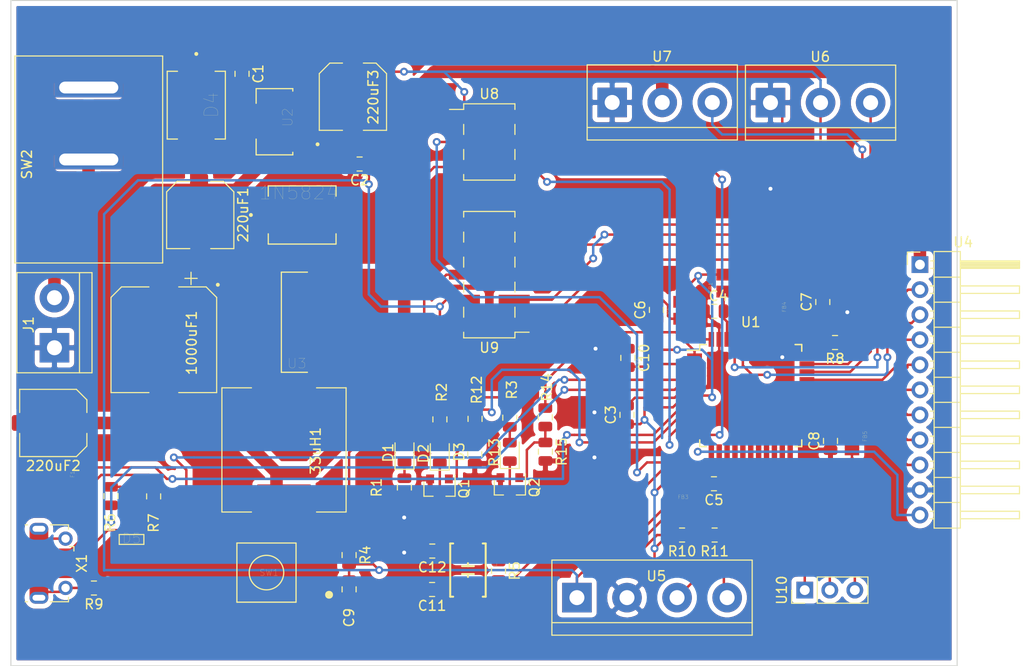
<source format=kicad_pcb>
(kicad_pcb (version 20171130) (host pcbnew "(5.1.5)-3")
  (layers (0 F.Cu signal) (31 B.Cu signal) (34 B.Paste user) (35 F.Paste user) (36 B.SilkS user) (37 F.SilkS user) (38 B.Mask user) (39 F.Mask user) (44 Edge.Cuts user))
  (net 0 "")
  (net 1 GND)
  (net 2 /2596_VCC)
  (net 3 "Net-(1N5824-Pad1)")
  (net 4 /SER_VCC)
  (net 5 +5V)
  (net 6 "Net-(C4-Pad1)")
  (net 7 "Net-(C5-Pad2)")
  (net 8 "Net-(C6-Pad2)")
  (net 9 "Net-(C7-Pad2)")
  (net 10 "Net-(C8-Pad2)")
  (net 11 "Net-(C10-Pad2)")
  (net 12 "Net-(C11-Pad1)")
  (net 13 "Net-(C12-Pad1)")
  (net 14 "Net-(D1-Pad1)")
  (net 15 "Net-(D2-Pad2)")
  (net 16 "Net-(D2-Pad1)")
  (net 17 "Net-(D3-Pad2)")
  (net 18 "Net-(D3-Pad1)")
  (net 19 "Net-(D4-Pad1)")
  (net 20 "Net-(D5-Pad1)")
  (net 21 "Net-(D5-Pad3)")
  (net 22 "Net-(D5-Pad4)")
  (net 23 "Net-(D5-Pad5)")
  (net 24 "Net-(D5-Pad6)")
  (net 25 VBUS)
  (net 26 "Net-(F1-Pad2)")
  (net 27 "Net-(J1-Pad2)")
  (net 28 "Net-(Q1-Pad1)")
  (net 29 "Net-(Q2-Pad1)")
  (net 30 /~RESET)
  (net 31 /D+)
  (net 32 /D-)
  (net 33 "Net-(R8-Pad2)")
  (net 34 "Net-(R9-Pad2)")
  (net 35 /CHA)
  (net 36 /CHB)
  (net 37 /PB0)
  (net 38 /PE6)
  (net 39 /A1)
  (net 40 /A2)
  (net 41 /TCK)
  (net 42 /TMS)
  (net 43 /TDO)
  (net 44 /TDI)
  (net 45 /ESC_PPM)
  (net 46 /SERVO_PPM)
  (net 47 /A3)
  (net 48 /A4)
  (net 49 /A5)
  (net 50 /A6)
  (net 51 /A7)
  (net 52 /A8)
  (net 53 /D0)
  (net 54 /TX)
  (net 55 /RX)
  (net 56 /PWM_LINE)
  (net 57 /MISO)
  (net 58 /MOSI)
  (net 59 /SCK)
  (net 60 "Net-(U9-Pad8)")
  (net 61 "Net-(U9-Pad7)")
  (net 62 "Net-(X1-Pad4)")
  (net 63 "Net-(SW1-Pad2)")
  (net 64 "Net-(SW1-Pad4)")
  (module footprints:SwitchPush (layer F.Cu) (at 56.896 87.63 90)
    (fp_text reference SW2 (at -0.49 -6.27 90) (layer F.SilkS))
    (fp_text value SW_Push)
    (pad 2 thru_hole rect (at 7.3 0 90) (size 2 7) (drill oval 1.2 6) (layers *.Cu *.Mask) (net 19 "Net-(D4-Pad1)"))
    (pad 1 thru_hole custom (at 0 0 90) (size 2 7) (drill oval 1.2 6) (layers *.Cu *.Mask) (net 27 "Net-(J1-Pad2)") (options (clearance outline) (anchor rect)) (primitives (gr_arc (start 5 10) (end -5 10) (angle 0) (width 2))))
  )
  (module Capacitor_SMD:C_0805_2012Metric (layer F.Cu) (at 111.506 113.538 90)
    (fp_text reference C3 (at 0 -1.65 90) (layer F.SilkS))
    (fp_text value 10uF)
    (pad 2 smd roundrect (at 0.9375 0 90) (size 0.975 1.4) (layers F.Cu F.Paste F.Mask) (net 1 GND))
    (pad 1 smd roundrect (at -0.9375 0 90) (size 0.975 1.4) (layers F.Cu F.Paste F.Mask) (net 5 +5V))
  )
  (module TerminalBlock:TerminalBlock_bornier-4_P5.08mm (layer F.Cu) (at 106.426 132.08)
    (fp_text reference U5 (at 8.06 -2.18) (layer F.SilkS))
    (fp_text value ECD_BLOCK)
    (pad 4 thru_hole circle (at 15.24 0) (size 3 3) (drill 1.52) (layers *.Cu *.Mask) (net 36 /CHB))
    (pad 1 thru_hole rect (at 0 0) (size 3 3) (drill 1.52) (layers *.Cu *.Mask) (net 5 +5V))
    (pad 3 thru_hole circle (at 10.16 0) (size 3 3) (drill 1.52) (layers *.Cu *.Mask) (net 35 /CHA))
    (pad 2 thru_hole circle (at 5.08 0) (size 3 3) (drill 1.52) (layers *.Cu *.Mask) (net 1 GND))
  )
  (module Connector_PinHeader_2.54mm:PinHeader_1x03_P2.54mm_Vertical (layer F.Cu) (at 129.54 131.318 90)
    (fp_text reference U10 (at 0 -2.33 90) (layer F.SilkS))
    (fp_text value UART_BLOCK)
    (pad 3 thru_hole oval (at 0 5.08 90) (size 1.7 1.7) (drill 1) (layers *.Cu *.Mask) (net 53 /D0))
    (pad 2 thru_hole oval (at 0 2.54 90) (size 1.7 1.7) (drill 1) (layers *.Cu *.Mask) (net 54 /TX))
    (pad 1 thru_hole rect (at 0 0 90) (size 1.7 1.7) (drill 1) (layers *.Cu *.Mask) (net 55 /RX))
  )
  (module footprints:ButtonFirst (layer F.Cu) (at 74.93 129.54 180)
    (fp_text reference SW1 (at -0.254 0) (layer F.SilkS) (effects (font (size 0.642214 0.642214) (thickness 0.015))))
    (fp_text value ButtonFirst)
    (pad 1 smd rect (at -4.55 -2.25 180) (size 2.1 1.4) (layers F.Cu F.Paste F.Mask) (net 1 GND))
    (pad 2 smd rect (at 4.55 -2.25 180) (size 2.1 1.4) (layers F.Cu F.Paste F.Mask) (net 63 "Net-(SW1-Pad2)"))
    (pad 3 smd rect (at -4.55 2.25 180) (size 2.1 1.4) (layers F.Cu F.Paste F.Mask) (net 30 /~RESET))
    (pad 4 smd rect (at 4.55 2.25 180) (size 2.1 1.4) (layers F.Cu F.Paste F.Mask) (net 64 "Net-(SW1-Pad4)"))
  )
  (module Connector_PinHeader_2.54mm:PinHeader_1x11_P2.54mm_Horizontal (layer F.Cu) (at 141.224 98.298)
    (fp_text reference U4 (at 4.385 -2.27) (layer F.SilkS))
    (fp_text value LINE_BLOCK)
    (pad 11 thru_hole oval (at 0 25.4) (size 1.7 1.7) (drill 1) (layers *.Cu *.Mask) (net 56 /PWM_LINE))
    (pad 10 thru_hole oval (at 0 22.86) (size 1.7 1.7) (drill 1) (layers *.Cu *.Mask) (net 1 GND))
    (pad 9 thru_hole oval (at 0 20.32) (size 1.7 1.7) (drill 1) (layers *.Cu *.Mask) (net 52 /A8))
    (pad 8 thru_hole oval (at 0 17.78) (size 1.7 1.7) (drill 1) (layers *.Cu *.Mask) (net 51 /A7))
    (pad 7 thru_hole oval (at 0 15.24) (size 1.7 1.7) (drill 1) (layers *.Cu *.Mask) (net 50 /A6))
    (pad 6 thru_hole oval (at 0 12.7) (size 1.7 1.7) (drill 1) (layers *.Cu *.Mask) (net 49 /A5))
    (pad 5 thru_hole oval (at 0 10.16) (size 1.7 1.7) (drill 1) (layers *.Cu *.Mask) (net 48 /A4))
    (pad 4 thru_hole oval (at 0 7.62) (size 1.7 1.7) (drill 1) (layers *.Cu *.Mask) (net 47 /A3))
    (pad 3 thru_hole oval (at 0 5.08) (size 1.7 1.7) (drill 1) (layers *.Cu *.Mask) (net 40 /A2))
    (pad 2 thru_hole oval (at 0 2.54) (size 1.7 1.7) (drill 1) (layers *.Cu *.Mask) (net 39 /A1))
    (pad 1 thru_hole rect (at 0 0) (size 1.7 1.7) (drill 1) (layers *.Cu *.Mask) (net 4 /SER_VCC))
  )
  (module footprints:USB_Micro-B_Molex-105017-0001 (layer F.Cu) (at 52.194 128.596 270)
    (fp_text reference X1 (at 0 -4 90) (layer F.SilkS))
    (fp_text value USB_OTG)
    (pad 6 smd rect (at -2.9 0.35 270) (size 1.2 1.9) (layers F.Cu F.Mask) (net 34 "Net-(R9-Pad2)"))
    (pad 6 smd rect (at 2.9 0.35 270) (size 1.2 1.9) (layers F.Cu F.Mask) (net 34 "Net-(R9-Pad2)"))
    (pad 6 thru_hole oval (at 3.5 0.35 270) (size 1.2 1.9) (drill oval 0.6 1.3) (layers *.Cu *.Mask) (net 34 "Net-(R9-Pad2)"))
    (pad 6 thru_hole oval (at -3.5 0.35 90) (size 1.2 1.9) (drill oval 0.6 1.3) (layers *.Cu *.Mask) (net 34 "Net-(R9-Pad2)"))
    (pad 6 smd rect (at -1 0.35 270) (size 1.5 1.9) (layers F.Cu F.Paste F.Mask) (net 34 "Net-(R9-Pad2)"))
    (pad 6 thru_hole circle (at 2.5 -2.35 270) (size 1.45 1.45) (drill 0.85) (layers *.Cu *.Mask) (net 34 "Net-(R9-Pad2)"))
    (pad 3 smd rect (at 0 -2.35 270) (size 0.4 1.35) (layers F.Cu F.Paste F.Mask) (net 24 "Net-(D5-Pad6)"))
    (pad 4 smd rect (at 0.65 -2.35 270) (size 0.4 1.35) (layers F.Cu F.Paste F.Mask) (net 62 "Net-(X1-Pad4)"))
    (pad 5 smd rect (at 1.3 -2.35 270) (size 0.4 1.35) (layers F.Cu F.Paste F.Mask) (net 1 GND))
    (pad 1 smd rect (at -1.3 -2.35 270) (size 0.4 1.35) (layers F.Cu F.Paste F.Mask) (net 26 "Net-(F1-Pad2)"))
    (pad 2 smd rect (at -0.65 -2.35 270) (size 0.4 1.35) (layers F.Cu F.Paste F.Mask) (net 22 "Net-(D5-Pad4)"))
    (pad 6 thru_hole circle (at -2.5 -2.35 270) (size 1.45 1.45) (drill 0.85) (layers *.Cu *.Mask) (net 34 "Net-(R9-Pad2)"))
    (pad 6 smd rect (at 1 0.35 270) (size 1.5 1.9) (layers F.Cu F.Paste F.Mask) (net 34 "Net-(R9-Pad2)"))
  )
  (module footprints:TQFP-44_10x10mm_Pitch0.8mm (layer F.Cu) (at 124.06 111.58)
    (fp_text reference U1 (at 0 -7.45) (layer F.SilkS))
    (fp_text value ATMEGA32U4-AU)
    (pad 44 smd rect (at -4 -5.7 90) (size 1.5 0.55) (layers F.Cu F.Paste F.Mask) (net 8 "Net-(C6-Pad2)"))
    (pad 43 smd rect (at -3.2 -5.7 90) (size 1.5 0.55) (layers F.Cu F.Paste F.Mask) (net 1 GND))
    (pad 42 smd rect (at -2.4 -5.7 90) (size 1.5 0.55) (layers F.Cu F.Paste F.Mask) (net 6 "Net-(C4-Pad1)"))
    (pad 41 smd rect (at -1.6 -5.7 90) (size 1.5 0.55) (layers F.Cu F.Paste F.Mask) (net 39 /A1))
    (pad 40 smd rect (at -0.8 -5.7 90) (size 1.5 0.55) (layers F.Cu F.Paste F.Mask) (net 40 /A2))
    (pad 39 smd rect (at 0 -5.7 90) (size 1.5 0.55) (layers F.Cu F.Paste F.Mask) (net 41 /TCK))
    (pad 38 smd rect (at 0.8 -5.7 90) (size 1.5 0.55) (layers F.Cu F.Paste F.Mask) (net 42 /TMS))
    (pad 37 smd rect (at 1.6 -5.7 90) (size 1.5 0.55) (layers F.Cu F.Paste F.Mask) (net 43 /TDO))
    (pad 36 smd rect (at 2.4 -5.7 90) (size 1.5 0.55) (layers F.Cu F.Paste F.Mask) (net 44 /TDI))
    (pad 35 smd rect (at 3.2 -5.7 90) (size 1.5 0.55) (layers F.Cu F.Paste F.Mask) (net 1 GND))
    (pad 34 smd rect (at 4 -5.7 90) (size 1.5 0.55) (layers F.Cu F.Paste F.Mask) (net 9 "Net-(C7-Pad2)"))
    (pad 33 smd rect (at 5.7 -4) (size 1.5 0.55) (layers F.Cu F.Paste F.Mask) (net 33 "Net-(R8-Pad2)"))
    (pad 32 smd rect (at 5.7 -3.2) (size 1.5 0.55) (layers F.Cu F.Paste F.Mask) (net 46 /SERVO_PPM))
    (pad 31 smd rect (at 5.7 -2.4) (size 1.5 0.55) (layers F.Cu F.Paste F.Mask) (net 45 /ESC_PPM))
    (pad 30 smd rect (at 5.7 -1.6) (size 1.5 0.55) (layers F.Cu F.Paste F.Mask) (net 47 /A3))
    (pad 29 smd rect (at 5.7 -0.8) (size 1.5 0.55) (layers F.Cu F.Paste F.Mask) (net 48 /A4))
    (pad 28 smd rect (at 5.7 0) (size 1.5 0.55) (layers F.Cu F.Paste F.Mask) (net 49 /A5))
    (pad 27 smd rect (at 5.7 0.8) (size 1.5 0.55) (layers F.Cu F.Paste F.Mask) (net 50 /A6))
    (pad 26 smd rect (at 5.7 1.6) (size 1.5 0.55) (layers F.Cu F.Paste F.Mask) (net 51 /A7))
    (pad 25 smd rect (at 5.7 2.4) (size 1.5 0.55) (layers F.Cu F.Paste F.Mask) (net 52 /A8))
    (pad 24 smd rect (at 5.7 3.2) (size 1.5 0.55) (layers F.Cu F.Paste F.Mask) (net 10 "Net-(C8-Pad2)"))
    (pad 23 smd rect (at 5.7 4) (size 1.5 0.55) (layers F.Cu F.Paste F.Mask) (net 1 GND))
    (pad 22 smd rect (at 4 5.7 90) (size 1.5 0.55) (layers F.Cu F.Paste F.Mask) (net 53 /D0))
    (pad 21 smd rect (at 3.2 5.7 90) (size 1.5 0.55) (layers F.Cu F.Paste F.Mask) (net 54 /TX))
    (pad 20 smd rect (at 2.4 5.7 90) (size 1.5 0.55) (layers F.Cu F.Paste F.Mask) (net 55 /RX))
    (pad 19 smd rect (at 1.6 5.7 90) (size 1.5 0.55) (layers F.Cu F.Paste F.Mask) (net 36 /CHB))
    (pad 18 smd rect (at 0.8 5.7 90) (size 1.5 0.55) (layers F.Cu F.Paste F.Mask) (net 35 /CHA))
    (pad 17 smd rect (at 0 5.7 90) (size 1.5 0.55) (layers F.Cu F.Paste F.Mask) (net 12 "Net-(C11-Pad1)"))
    (pad 16 smd rect (at -0.8 5.7 90) (size 1.5 0.55) (layers F.Cu F.Paste F.Mask) (net 13 "Net-(C12-Pad1)"))
    (pad 15 smd rect (at -1.6 5.7 90) (size 1.5 0.55) (layers F.Cu F.Paste F.Mask) (net 1 GND))
    (pad 14 smd rect (at -2.4 5.7 90) (size 1.5 0.55) (layers F.Cu F.Paste F.Mask) (net 7 "Net-(C5-Pad2)"))
    (pad 13 smd rect (at -3.2 5.7 90) (size 1.5 0.55) (layers F.Cu F.Paste F.Mask) (net 30 /~RESET))
    (pad 12 smd rect (at -4 5.7 90) (size 1.5 0.55) (layers F.Cu F.Paste F.Mask) (net 56 /PWM_LINE))
    (pad 11 smd rect (at -5.7 4) (size 1.5 0.55) (layers F.Cu F.Paste F.Mask) (net 57 /MISO))
    (pad 10 smd rect (at -5.7 3.2) (size 1.5 0.55) (layers F.Cu F.Paste F.Mask) (net 58 /MOSI))
    (pad 9 smd rect (at -5.7 2.4) (size 1.5 0.55) (layers F.Cu F.Paste F.Mask) (net 59 /SCK))
    (pad 8 smd rect (at -5.7 1.6) (size 1.5 0.55) (layers F.Cu F.Paste F.Mask) (net 37 /PB0))
    (pad 7 smd rect (at -5.7 0.8) (size 1.5 0.55) (layers F.Cu F.Paste F.Mask) (net 25 VBUS))
    (pad 6 smd rect (at -5.7 0) (size 1.5 0.55) (layers F.Cu F.Paste F.Mask) (net 5 +5V))
    (pad 5 smd rect (at -5.7 -0.8) (size 1.5 0.55) (layers F.Cu F.Paste F.Mask) (net 1 GND))
    (pad 4 smd rect (at -5.7 -1.6) (size 1.5 0.55) (layers F.Cu F.Paste F.Mask) (net 31 /D+))
    (pad 3 smd rect (at -5.7 -2.4) (size 1.5 0.55) (layers F.Cu F.Paste F.Mask) (net 32 /D-))
    (pad 2 smd rect (at -5.7 -3.2) (size 1.5 0.55) (layers F.Cu F.Paste F.Mask) (net 11 "Net-(C10-Pad2)"))
    (pad 1 smd rect (at -5.7 -4) (size 1.5 0.55) (layers F.Cu F.Paste F.Mask) (net 38 /PE6))
  )
  (module Resistor_SMD:R_0805_2012Metric (layer F.Cu) (at 120.396 125.73 180)
    (fp_text reference R11 (at 0 -1.65) (layer F.SilkS))
    (fp_text value 10k)
    (pad 2 smd roundrect (at 0.9375 0 180) (size 0.975 1.4) (layers F.Cu F.Paste F.Mask) (net 5 +5V))
    (pad 1 smd roundrect (at -0.9375 0 180) (size 0.975 1.4) (layers F.Cu F.Paste F.Mask) (net 36 /CHB))
  )
  (module Package_TO_SOT_SMD:SOT-23 (layer F.Cu) (at 99.624 120.906 270)
    (fp_text reference Q2 (at 0 -2.5 90) (layer F.SilkS))
    (fp_text value 2N7002)
    (pad 3 smd rect (at 1 0 270) (size 0.9 0.8) (layers F.Cu F.Paste F.Mask) (net 18 "Net-(D3-Pad1)"))
    (pad 2 smd rect (at -1 0.95 270) (size 0.9 0.8) (layers F.Cu F.Paste F.Mask) (net 1 GND))
    (pad 1 smd rect (at -1 -0.95 270) (size 0.9 0.8) (layers F.Cu F.Paste F.Mask) (net 29 "Net-(Q2-Pad1)"))
  )
  (module Resistor_SMD:R_0805_2012Metric (layer F.Cu) (at 92.524 113.996 270)
    (fp_text reference R2 (at -2.744 -0.186 90) (layer F.SilkS))
    (fp_text value 470)
    (pad 2 smd roundrect (at 0.9375 0 270) (size 0.975 1.4) (layers F.Cu F.Paste F.Mask) (net 15 "Net-(D2-Pad2)"))
    (pad 1 smd roundrect (at -0.9375 0 270) (size 0.975 1.4) (layers F.Cu F.Paste F.Mask) (net 5 +5V))
  )
  (module Resistor_SMD:R_0805_2012Metric (layer F.Cu) (at 99.614 113.826 270)
    (fp_text reference R3 (at -2.828 -0.208 90) (layer F.SilkS))
    (fp_text value 470)
    (pad 2 smd roundrect (at 0.9375 0 270) (size 0.975 1.4) (layers F.Cu F.Paste F.Mask) (net 17 "Net-(D3-Pad2)"))
    (pad 1 smd roundrect (at -0.9375 0 270) (size 0.975 1.4) (layers F.Cu F.Paste F.Mask) (net 5 +5V))
  )
  (module LED_SMD:LED_0805_2012Metric (layer F.Cu) (at 92.514 117.4635 90)
    (fp_text reference D2 (at 0 -1.65 90) (layer F.SilkS))
    (fp_text value LED)
    (pad 2 smd roundrect (at 0.9375 0 90) (size 0.975 1.4) (layers F.Cu F.Paste F.Mask) (net 15 "Net-(D2-Pad2)"))
    (pad 1 smd roundrect (at -0.9375 0 90) (size 0.975 1.4) (layers F.Cu F.Paste F.Mask) (net 16 "Net-(D2-Pad1)"))
  )
  (module LED_SMD:LED_0805_2012Metric (layer F.Cu) (at 99.614 117.296 90)
    (fp_text reference D3 (at 0 -5.126 90) (layer F.SilkS))
    (fp_text value LED)
    (pad 2 smd roundrect (at 0.9375 0 90) (size 0.975 1.4) (layers F.Cu F.Paste F.Mask) (net 17 "Net-(D3-Pad2)"))
    (pad 1 smd roundrect (at -0.9375 0 90) (size 0.975 1.4) (layers F.Cu F.Paste F.Mask) (net 18 "Net-(D3-Pad1)"))
  )
  (module LED_SMD:LED_0805_2012Metric (layer F.Cu) (at 88.932 117.378 90)
    (fp_text reference D1 (at 0 -1.65 90) (layer F.SilkS))
    (fp_text value PWR)
    (pad 2 smd roundrect (at 0.9375 0 90) (size 0.975 1.4) (layers F.Cu F.Paste F.Mask) (net 5 +5V))
    (pad 1 smd roundrect (at -0.9375 0 90) (size 0.975 1.4) (layers F.Cu F.Paste F.Mask) (net 14 "Net-(D1-Pad1)"))
  )
  (module Package_TO_SOT_SMD:SOT-23 (layer F.Cu) (at 92.484 121.036 270)
    (fp_text reference Q1 (at 0 -2.5 90) (layer F.SilkS))
    (fp_text value 2N7002)
    (pad 3 smd rect (at 1 0 270) (size 0.9 0.8) (layers F.Cu F.Paste F.Mask) (net 16 "Net-(D2-Pad1)"))
    (pad 2 smd rect (at -1 0.95 270) (size 0.9 0.8) (layers F.Cu F.Paste F.Mask) (net 1 GND))
    (pad 1 smd rect (at -1 -0.95 270) (size 0.9 0.8) (layers F.Cu F.Paste F.Mask) (net 28 "Net-(Q1-Pad1)"))
  )
  (module Resistor_SMD:R_0805_2012Metric (layer F.Cu) (at 88.922 120.908 270)
    (fp_text reference R1 (at 0 2.816 90) (layer F.SilkS))
    (fp_text value 1K)
    (pad 2 smd roundrect (at 0.9375 0 270) (size 0.975 1.4) (layers F.Cu F.Paste F.Mask) (net 1 GND))
    (pad 1 smd roundrect (at -0.9375 0 270) (size 0.975 1.4) (layers F.Cu F.Paste F.Mask) (net 14 "Net-(D1-Pad1)"))
  )
  (module Resistor_SMD:R_0805_2012Metric (layer F.Cu) (at 96.09 113.946 90)
    (fp_text reference R12 (at 2.948 0.176 90) (layer F.SilkS))
    (fp_text value 10)
    (pad 2 smd roundrect (at 0.9375 0 90) (size 0.975 1.4) (layers F.Cu F.Paste F.Mask) (net 37 /PB0))
    (pad 1 smd roundrect (at -0.9375 0 90) (size 0.975 1.4) (layers F.Cu F.Paste F.Mask) (net 28 "Net-(Q1-Pad1)"))
  )
  (module Resistor_SMD:R_0805_2012Metric (layer F.Cu) (at 96.06 117.536 270)
    (fp_text reference R13 (at -0.188 -1.984 90) (layer F.SilkS))
    (fp_text value 10K)
    (pad 2 smd roundrect (at 0.9375 0 270) (size 0.975 1.4) (layers F.Cu F.Paste F.Mask) (net 1 GND))
    (pad 1 smd roundrect (at -0.9375 0 270) (size 0.975 1.4) (layers F.Cu F.Paste F.Mask) (net 28 "Net-(Q1-Pad1)"))
  )
  (module Resistor_SMD:R_0805_2012Metric (layer F.Cu) (at 103.218 113.786 90)
    (fp_text reference R14 (at 3.042 0.16 90) (layer F.SilkS))
    (fp_text value 10)
    (pad 2 smd roundrect (at 0.9375 0 90) (size 0.975 1.4) (layers F.Cu F.Paste F.Mask) (net 38 /PE6))
    (pad 1 smd roundrect (at -0.9375 0 90) (size 0.975 1.4) (layers F.Cu F.Paste F.Mask) (net 29 "Net-(Q2-Pad1)"))
  )
  (module Resistor_SMD:R_0805_2012Metric (layer F.Cu) (at 103.228 117.276 270)
    (fp_text reference R15 (at 0 -1.65 90) (layer F.SilkS))
    (fp_text value 10K)
    (pad 2 smd roundrect (at 0.9375 0 270) (size 0.975 1.4) (layers F.Cu F.Paste F.Mask) (net 1 GND))
    (pad 1 smd roundrect (at -0.9375 0 270) (size 0.975 1.4) (layers F.Cu F.Paste F.Mask) (net 29 "Net-(Q2-Pad1)"))
  )
  (module Resistor_SMD:R_0805_2012Metric (layer F.Cu) (at 63.482 121.808 90)
    (fp_text reference R7 (at -2.7 0 90) (layer F.SilkS))
    (fp_text value 22)
    (pad 2 smd roundrect (at 0.9375 0 90) (size 0.975 1.4) (layers F.Cu F.Paste F.Mask) (net 22 "Net-(D5-Pad4)"))
    (pad 1 smd roundrect (at -0.9375 0 90) (size 0.975 1.4) (layers F.Cu F.Paste F.Mask) (net 32 /D-))
  )
  (module Resistor_SMD:R_0805_2012Metric (layer F.Cu) (at 117.094 125.73 180)
    (fp_text reference R10 (at 0 -1.65) (layer F.SilkS))
    (fp_text value 10k)
    (pad 2 smd roundrect (at 0.9375 0 180) (size 0.975 1.4) (layers F.Cu F.Paste F.Mask) (net 5 +5V))
    (pad 1 smd roundrect (at -0.9375 0 180) (size 0.975 1.4) (layers F.Cu F.Paste F.Mask) (net 35 /CHA))
  )
  (module Capacitor_SMD:C_0805_2012Metric (layer F.Cu) (at 120.326 120.528 180)
    (fp_text reference C5 (at 0 -1.65) (layer F.SilkS))
    (fp_text value 0.1uF)
    (pad 2 smd roundrect (at 0.9375 0 180) (size 0.975 1.4) (layers F.Cu F.Paste F.Mask) (net 7 "Net-(C5-Pad2)"))
    (pad 1 smd roundrect (at -0.9375 0 180) (size 0.975 1.4) (layers F.Cu F.Paste F.Mask) (net 1 GND))
  )
  (module Capacitor_SMD:C_0805_2012Metric (layer F.Cu) (at 120.36 103.03 180)
    (fp_text reference C4 (at -0.41 1.55) (layer F.SilkS))
    (fp_text value 0.1uF)
    (pad 2 smd roundrect (at 0.9375 0 180) (size 0.975 1.4) (layers F.Cu F.Paste F.Mask) (net 1 GND))
    (pad 1 smd roundrect (at -0.9375 0 180) (size 0.975 1.4) (layers F.Cu F.Paste F.Mask) (net 6 "Net-(C4-Pad1)"))
  )
  (module Capacitor_SMD:C_Elec_6.3x7.7 (layer F.Cu) (at 53.3 114.36 180)
    (fp_text reference 220uF2 (at 0 -4.35) (layer F.SilkS))
    (fp_text value CP4)
    (pad 2 smd roundrect (at 2.5375 0 180) (size 3.325 1.6) (layers F.Cu F.Paste F.Mask) (roundrect_rratio 0.15625) (net 1 GND))
    (pad 1 smd roundrect (at -2.5375 0 180) (size 3.325 1.6) (layers F.Cu F.Paste F.Mask) (roundrect_rratio 0.15625) (net 4 /SER_VCC))
  )
  (module footprints:SS34_SMC (layer F.Cu) (at 78.55 93.26)
    (fp_text reference 1N5824 (at -0.35 -2.27) (layer F.SilkS) (effects (font (size 1.4 1.4) (thickness 0.015))))
    (fp_text value D_Schottky)
    (pad 1 smd rect (at -3.455 0) (size 2.25 3.18) (layers F.Cu F.Paste F.Mask) (net 3 "Net-(1N5824-Pad1)"))
    (pad 2 smd rect (at 3.455 0) (size 2.25 3.18) (layers F.Cu F.Paste F.Mask) (net 1 GND))
  )
  (module footprints:LM2596S-5V (layer F.Cu) (at 78.994 104.14)
    (fp_text reference U3 (at -0.98 4.18) (layer F.SilkS) (effects (font (thickness 0.015))))
    (fp_text value LM2596S)
    (pad 1 smd rect (at -6.4 -3.4) (size 3.79 0.99) (layers F.Cu F.Paste F.Mask) (net 2 /2596_VCC))
    (pad 2 smd rect (at -6.4 -1.7) (size 3.79 0.99) (layers F.Cu F.Paste F.Mask) (net 3 "Net-(1N5824-Pad1)"))
    (pad 3 smd rect (at -6.4 0) (size 3.79 0.99) (layers F.Cu F.Paste F.Mask) (net 1 GND))
    (pad 4 smd rect (at -6.4 1.7) (size 3.79 0.99) (layers F.Cu F.Paste F.Mask) (net 4 /SER_VCC))
    (pad 5 smd rect (at -6.4 3.4) (size 3.79 0.99) (layers F.Cu F.Paste F.Mask) (net 1 GND))
    (pad 6 smd rect (at 4.35 0) (size 7.88 10.84) (layers F.Cu F.Mask) (net 1 GND))
  )
  (module Connector_PinHeader_2.54mm:PinHeader_2x03_P2.54mm_Vertical_SMD (layer F.Cu) (at 97.536 85.852)
    (fp_text reference U8 (at 0 -4.87) (layer F.SilkS))
    (fp_text value CODE_INPUT)
    (pad 6 smd rect (at 2.525 2.54) (size 3.15 1) (layers F.Cu F.Paste F.Mask) (net 59 /SCK))
    (pad 5 smd rect (at -2.525 2.54) (size 3.15 1) (layers F.Cu F.Paste F.Mask) (net 30 /~RESET))
    (pad 4 smd rect (at 2.525 0) (size 3.15 1) (layers F.Cu F.Paste F.Mask) (net 57 /MISO))
    (pad 3 smd rect (at -2.525 0) (size 3.15 1) (layers F.Cu F.Paste F.Mask) (net 58 /MOSI))
    (pad 2 smd rect (at 2.525 -2.54) (size 3.15 1) (layers F.Cu F.Paste F.Mask) (net 1 GND))
    (pad 1 smd rect (at -2.525 -2.54) (size 3.15 1) (layers F.Cu F.Paste F.Mask) (net 5 +5V))
  )
  (module Resistor_SMD:R_0805_2012Metric (layer F.Cu) (at 132.61 106.2 180)
    (fp_text reference R8 (at 0 -1.65) (layer F.SilkS))
    (fp_text value 10k)
    (pad 2 smd roundrect (at 0.9375 0 180) (size 0.975 1.4) (layers F.Cu F.Paste F.Mask) (net 33 "Net-(R8-Pad2)"))
    (pad 1 smd roundrect (at -0.9375 0 180) (size 0.975 1.4) (layers F.Cu F.Paste F.Mask) (net 1 GND))
  )
  (module footprints:2-SMD-5X3 (layer F.Cu) (at 95.37 129.286 270)
    (fp_text reference Y1 (at -0.127 -2.54 90) (layer F.SilkS) (effects (font (size 0.8 0.8) (thickness 0.015))))
    (fp_text value Crystal)
    (pad 1 smd rect (at -2 0 270) (size 2 2.4) (layers F.Cu F.Paste F.Mask) (net 13 "Net-(C12-Pad1)"))
    (pad 2 smd rect (at 2 0 270) (size 2 2.4) (layers F.Cu F.Paste F.Mask) (net 12 "Net-(C11-Pad1)"))
  )
  (module Connector_PinHeader_2.54mm:PinHeader_2x05_P2.54mm_Vertical_SMD (layer F.Cu) (at 97.536 99.314 180)
    (fp_text reference U9 (at 0 -7.41) (layer F.SilkS))
    (fp_text value JTAG)
    (pad 10 smd rect (at 2.525 5.08 180) (size 3.15 1) (layers F.Cu F.Paste F.Mask) (net 1 GND))
    (pad 9 smd rect (at -2.525 5.08 180) (size 3.15 1) (layers F.Cu F.Paste F.Mask) (net 44 /TDI))
    (pad 8 smd rect (at 2.525 2.54 180) (size 3.15 1) (layers F.Cu F.Paste F.Mask) (net 60 "Net-(U9-Pad8)"))
    (pad 7 smd rect (at -2.525 2.54 180) (size 3.15 1) (layers F.Cu F.Paste F.Mask) (net 61 "Net-(U9-Pad7)"))
    (pad 6 smd rect (at 2.525 0 180) (size 3.15 1) (layers F.Cu F.Paste F.Mask) (net 30 /~RESET))
    (pad 5 smd rect (at -2.525 0 180) (size 3.15 1) (layers F.Cu F.Paste F.Mask) (net 42 /TMS))
    (pad 4 smd rect (at 2.525 -2.54 180) (size 3.15 1) (layers F.Cu F.Paste F.Mask) (net 5 +5V))
    (pad 3 smd rect (at -2.525 -2.54 180) (size 3.15 1) (layers F.Cu F.Paste F.Mask) (net 43 /TDO))
    (pad 2 smd rect (at 2.525 -5.08 180) (size 3.15 1) (layers F.Cu F.Paste F.Mask) (net 1 GND))
    (pad 1 smd rect (at -2.525 -5.08 180) (size 3.15 1) (layers F.Cu F.Paste F.Mask) (net 41 /TCK))
  )
  (module TerminalBlock:TerminalBlock_bornier-3_P5.08mm (layer F.Cu) (at 110.002 81.844)
    (fp_text reference U7 (at 5.05 -4.65) (layer F.SilkS))
    (fp_text value SERVO_BLOCK)
    (pad 3 thru_hole circle (at 10.16 0) (size 3 3) (drill 1.52) (layers *.Cu *.Mask) (net 46 /SERVO_PPM))
    (pad 2 thru_hole circle (at 5.08 0) (size 3 3) (drill 1.52) (layers *.Cu *.Mask) (net 4 /SER_VCC))
    (pad 1 thru_hole rect (at 0 0) (size 3 3) (drill 1.52) (layers *.Cu *.Mask) (net 1 GND))
  )
  (module TerminalBlock:TerminalBlock_bornier-3_P5.08mm (layer F.Cu) (at 126.062 81.864)
    (fp_text reference U6 (at 5.05 -4.65) (layer F.SilkS))
    (fp_text value ESC_BLOCK)
    (pad 3 thru_hole circle (at 10.16 0) (size 3 3) (drill 1.52) (layers *.Cu *.Mask) (net 45 /ESC_PPM))
    (pad 2 thru_hole circle (at 5.08 0) (size 3 3) (drill 1.52) (layers *.Cu *.Mask) (net 5 +5V))
    (pad 1 thru_hole rect (at 0 0) (size 3 3) (drill 1.52) (layers *.Cu *.Mask) (net 1 GND))
  )
  (module footprints:AMS1117 (layer F.Cu) (at 75.74 83.8 90)
    (fp_text reference U2 (at 0.44 1.33 90) (layer F.SilkS) (effects (font (size 1.000299 1.000299) (thickness 0.015))))
    (fp_text value AMS1117)
    (pad 1 smd rect (at -2.29 3.345 90) (size 0.93 1.31) (layers F.Cu F.Paste F.Mask) (net 1 GND))
    (pad 2 smd rect (at 0 3.345 90) (size 0.93 1.31) (layers F.Cu F.Paste F.Mask) (net 5 +5V))
    (pad 3 smd rect (at 2.29 3.345 90) (size 0.93 1.31) (layers F.Cu F.Paste F.Mask) (net 2 /2596_VCC))
    (pad 4 smd rect (at 0 -3.345 90) (size 3.24 1.31) (layers F.Cu F.Paste F.Mask) (net 1 GND))
  )
  (module Resistor_SMD:R_0805_2012Metric (layer F.Cu) (at 57.424 131.106 180)
    (fp_text reference R9 (at 0 -1.65) (layer F.SilkS))
    (fp_text value 22)
    (pad 2 smd roundrect (at 0.9375 0 180) (size 0.975 1.4) (layers F.Cu F.Paste F.Mask) (net 34 "Net-(R9-Pad2)"))
    (pad 1 smd roundrect (at -0.9375 0 180) (size 0.975 1.4) (layers F.Cu F.Paste F.Mask) (net 1 GND))
  )
  (module Resistor_SMD:R_0805_2012Metric (layer F.Cu) (at 59.152 121.778 90)
    (fp_text reference R6 (at -2.7 -0.08 90) (layer F.SilkS))
    (fp_text value 22)
    (pad 2 smd roundrect (at 0.9375 0 90) (size 0.975 1.4) (layers F.Cu F.Paste F.Mask) (net 24 "Net-(D5-Pad6)"))
    (pad 1 smd roundrect (at -0.9375 0 90) (size 0.975 1.4) (layers F.Cu F.Paste F.Mask) (net 31 /D+))
  )
  (module Resistor_SMD:R_0805_2012Metric (layer F.Cu) (at 98.47 129.356 270)
    (fp_text reference R5 (at 0 -1.65 90) (layer F.SilkS))
    (fp_text value 1M)
    (pad 2 smd roundrect (at 0.9375 0 270) (size 0.975 1.4) (layers F.Cu F.Paste F.Mask) (net 12 "Net-(C11-Pad1)"))
    (pad 1 smd roundrect (at -0.9375 0 270) (size 0.975 1.4) (layers F.Cu F.Paste F.Mask) (net 13 "Net-(C12-Pad1)"))
  )
  (module Resistor_SMD:R_0805_2012Metric (layer F.Cu) (at 83.312 127.762 270)
    (fp_text reference R4 (at 0 -1.65 90) (layer F.SilkS))
    (fp_text value 10k)
    (pad 2 smd roundrect (at 0.9375 0 270) (size 0.975 1.4) (layers F.Cu F.Paste F.Mask) (net 5 +5V))
    (pad 1 smd roundrect (at -0.9375 0 270) (size 0.975 1.4) (layers F.Cu F.Paste F.Mask) (net 30 /~RESET))
  )
  (module TerminalBlock:TerminalBlock_bornier-2_P5.08mm (layer F.Cu) (at 53.42 106.73 90)
    (fp_text reference J1 (at 2.336 -2.62 90) (layer F.SilkS))
    (fp_text value Conn_01x02_Female)
    (pad 2 thru_hole circle (at 5.08 0 90) (size 3 3) (drill 1.52) (layers *.Cu *.Mask) (net 27 "Net-(J1-Pad2)"))
    (pad 1 thru_hole rect (at 0 0 90) (size 3 3) (drill 1.52) (layers *.Cu *.Mask) (net 1 GND))
  )
  (module footprints:FerriteBead (layer F.Cu) (at 113.94 107.79 90)
    (fp_text reference FB6 (at -0.46 -1.32 90) (layer F.SilkS) (effects (font (size 0.393701 0.393701) (thickness 0.015))))
    (fp_text value Ferrite)
    (pad 1 smd rect (at -0.86 0 90) (size 1.2 1.47) (layers F.Cu F.Paste F.Mask) (net 11 "Net-(C10-Pad2)"))
    (pad 2 smd rect (at 0.86 0 90) (size 1.2 1.47) (layers F.Cu F.Paste F.Mask) (net 5 +5V))
  )
  (module footprints:FerriteBead (layer F.Cu) (at 134.33 116.18 270)
    (fp_text reference FB5 (at -0.46 -1.32 90) (layer F.SilkS) (effects (font (size 0.393701 0.393701) (thickness 0.015))))
    (fp_text value Ferrite)
    (pad 1 smd rect (at -0.86 0 270) (size 1.2 1.47) (layers F.Cu F.Paste F.Mask) (net 10 "Net-(C8-Pad2)"))
    (pad 2 smd rect (at 0.86 0 270) (size 1.2 1.47) (layers F.Cu F.Paste F.Mask) (net 5 +5V))
  )
  (module footprints:FerriteBead (layer F.Cu) (at 128.77 102.13 90)
    (fp_text reference FB4 (at -0.46 -1.32 90) (layer F.SilkS) (effects (font (size 0.393701 0.393701) (thickness 0.015))))
    (fp_text value Ferrite)
    (pad 1 smd rect (at -0.86 0 90) (size 1.2 1.47) (layers F.Cu F.Paste F.Mask) (net 9 "Net-(C7-Pad2)"))
    (pad 2 smd rect (at 0.86 0 90) (size 1.2 1.47) (layers F.Cu F.Paste F.Mask) (net 5 +5V))
  )
  (module footprints:FerriteBead (layer F.Cu) (at 116.736 120.558 180)
    (fp_text reference FB3 (at -0.46 -1.32) (layer F.SilkS) (effects (font (size 0.393701 0.393701) (thickness 0.015))))
    (fp_text value Ferrite)
    (pad 1 smd rect (at -0.86 0 180) (size 1.2 1.47) (layers F.Cu F.Paste F.Mask) (net 7 "Net-(C5-Pad2)"))
    (pad 2 smd rect (at 0.86 0 180) (size 1.2 1.47) (layers F.Cu F.Paste F.Mask) (net 5 +5V))
  )
  (module footprints:FerriteBead (layer F.Cu) (at 116.94 102.93 90)
    (fp_text reference FB2 (at -0.23 -1.45 90) (layer F.SilkS) (effects (font (size 0.393701 0.393701) (thickness 0.015))))
    (fp_text value Ferrite)
    (pad 1 smd rect (at -0.86 0 90) (size 1.2 1.47) (layers F.Cu F.Paste F.Mask) (net 8 "Net-(C6-Pad2)"))
    (pad 2 smd rect (at 0.86 0 90) (size 1.2 1.47) (layers F.Cu F.Paste F.Mask) (net 5 +5V))
  )
  (module footprints:FerriteBead (layer F.Cu) (at 121.31 100.17 90)
    (fp_text reference FB1 (at -0.46 -1.32 90) (layer F.SilkS) (effects (font (size 0.393701 0.393701) (thickness 0.015))))
    (fp_text value Ferrite)
    (pad 1 smd rect (at -0.86 0 90) (size 1.2 1.47) (layers F.Cu F.Paste F.Mask) (net 6 "Net-(C4-Pad1)"))
    (pad 2 smd rect (at 0.86 0 90) (size 1.2 1.47) (layers F.Cu F.Paste F.Mask) (net 5 +5V))
  )
  (module footprints:FerriteBead (layer F.Cu) (at 55.88 121.666 270)
    (fp_text reference F1 (at -2.09 0.63 90) (layer F.SilkS) (effects (font (size 0.393701 0.393701) (thickness 0.015))))
    (fp_text value Polyfuse)
    (pad 1 smd rect (at -0.86 0 270) (size 1.2 1.47) (layers F.Cu F.Paste F.Mask) (net 25 VBUS))
    (pad 2 smd rect (at 0.86 0 270) (size 1.2 1.47) (layers F.Cu F.Paste F.Mask) (net 26 "Net-(F1-Pad2)"))
  )
  (module footprints:SC70-6 (layer F.Cu) (at 61.242 126.178)
    (fp_text reference D5 (at 0 -0.11) (layer F.SilkS) (effects (font (size 1.001709 1.001709) (thickness 0.015))))
    (fp_text value SMF05C.TCT)
    (pad 1 smd rect (at -0.65 0.95) (size 0.35 0.8) (layers F.Cu) (net 20 "Net-(D5-Pad1)"))
    (pad 2 smd rect (at 0 0.95) (size 0.35 0.8) (layers F.Cu) (net 1 GND))
    (pad 3 smd rect (at 0.65 0.95) (size 0.35 0.8) (layers F.Cu) (net 21 "Net-(D5-Pad3)"))
    (pad 4 smd rect (at 0.65 -0.95) (size 0.35 0.8) (layers F.Cu) (net 22 "Net-(D5-Pad4)"))
    (pad 5 smd rect (at 0 -0.95) (size 0.35 0.8) (layers F.Cu) (net 23 "Net-(D5-Pad5)"))
    (pad 6 smd rect (at -0.65 -0.95) (size 0.35 0.8) (layers F.Cu) (net 24 "Net-(D5-Pad6)"))
  )
  (module footprints:SS34_SMC (layer F.Cu) (at 67.81 82.12 270)
    (fp_text reference D4 (at -0.03 -1.53 90) (layer F.SilkS) (effects (font (size 1.4 1.4) (thickness 0.015))))
    (fp_text value SS34)
    (pad 1 smd rect (at -3.455 0 270) (size 2.25 3.18) (layers F.Cu F.Paste F.Mask) (net 19 "Net-(D4-Pad1)"))
    (pad 2 smd rect (at 3.455 0 270) (size 2.25 3.18) (layers F.Cu F.Paste F.Mask) (net 2 /2596_VCC))
  )
  (module Capacitor_SMD:C_0805_2012Metric (layer F.Cu) (at 91.75 127.356 180)
    (fp_text reference C12 (at 0 -1.65) (layer F.SilkS))
    (fp_text value 22pF)
    (pad 2 smd roundrect (at 0.9375 0 180) (size 0.975 1.4) (layers F.Cu F.Paste F.Mask) (net 1 GND))
    (pad 1 smd roundrect (at -0.9375 0 180) (size 0.975 1.4) (layers F.Cu F.Paste F.Mask) (net 13 "Net-(C12-Pad1)"))
  )
  (module Capacitor_SMD:C_0805_2012Metric (layer F.Cu) (at 91.7325 131.256 180)
    (fp_text reference C11 (at 0 -1.65) (layer F.SilkS))
    (fp_text value 22pF)
    (pad 2 smd roundrect (at 0.9375 0 180) (size 0.975 1.4) (layers F.Cu F.Paste F.Mask) (net 1 GND))
    (pad 1 smd roundrect (at -0.9375 0 180) (size 0.975 1.4) (layers F.Cu F.Paste F.Mask) (net 12 "Net-(C11-Pad1)"))
  )
  (module Capacitor_SMD:C_0805_2012Metric (layer F.Cu) (at 111.59 107.76 270)
    (fp_text reference C10 (at 0 -1.65 90) (layer F.SilkS))
    (fp_text value 0.1uF)
    (pad 2 smd roundrect (at 0.9375 0 270) (size 0.975 1.4) (layers F.Cu F.Paste F.Mask) (net 11 "Net-(C10-Pad2)"))
    (pad 1 smd roundrect (at -0.9375 0 270) (size 0.975 1.4) (layers F.Cu F.Paste F.Mask) (net 1 GND))
  )
  (module Capacitor_SMD:C_0805_2012Metric (layer F.Cu) (at 83.312 131.2395 90)
    (fp_text reference C9 (at -2.8725 0 90) (layer F.SilkS))
    (fp_text value 0.1uF)
    (pad 2 smd roundrect (at 0.9375 0 90) (size 0.975 1.4) (layers F.Cu F.Paste F.Mask) (net 5 +5V))
    (pad 1 smd roundrect (at -0.9375 0 90) (size 0.975 1.4) (layers F.Cu F.Paste F.Mask) (net 1 GND))
  )
  (module Capacitor_SMD:C_0805_2012Metric (layer F.Cu) (at 132.15 116.18 90)
    (fp_text reference C8 (at 0 -1.65 90) (layer F.SilkS))
    (fp_text value 0.1uF)
    (pad 2 smd roundrect (at 0.9375 0 90) (size 0.975 1.4) (layers F.Cu F.Paste F.Mask) (net 10 "Net-(C8-Pad2)"))
    (pad 1 smd roundrect (at -0.9375 0 90) (size 0.975 1.4) (layers F.Cu F.Paste F.Mask) (net 1 GND))
  )
  (module Capacitor_SMD:C_0805_2012Metric (layer F.Cu) (at 131.37 102.09 90)
    (fp_text reference C7 (at 0 -1.65 90) (layer F.SilkS))
    (fp_text value 0.1uF)
    (pad 2 smd roundrect (at 0.9375 0 90) (size 0.975 1.4) (layers F.Cu F.Paste F.Mask) (net 9 "Net-(C7-Pad2)"))
    (pad 1 smd roundrect (at -0.9375 0 90) (size 0.975 1.4) (layers F.Cu F.Paste F.Mask) (net 1 GND))
  )
  (module Capacitor_SMD:C_0805_2012Metric (layer F.Cu) (at 114.49 102.89 90)
    (fp_text reference C6 (at 0 -1.65 90) (layer F.SilkS))
    (fp_text value 0.1uF)
    (pad 2 smd roundrect (at 0.9375 0 90) (size 0.975 1.4) (layers F.Cu F.Paste F.Mask) (net 8 "Net-(C6-Pad2)"))
    (pad 1 smd roundrect (at -0.9375 0 90) (size 0.975 1.4) (layers F.Cu F.Paste F.Mask) (net 1 GND))
  )
  (module Capacitor_SMD:C_0805_2012Metric (layer F.Cu) (at 84.38 88.09 180)
    (fp_text reference C2 (at 0 -1.65) (layer F.SilkS))
    (fp_text value 0.1uF)
    (pad 2 smd roundrect (at 0.9375 0 180) (size 0.975 1.4) (layers F.Cu F.Paste F.Mask) (net 1 GND))
    (pad 1 smd roundrect (at -0.9375 0 180) (size 0.975 1.4) (layers F.Cu F.Paste F.Mask) (net 5 +5V))
  )
  (module Capacitor_SMD:C_0805_2012Metric (layer F.Cu) (at 72.45 78.94 270)
    (fp_text reference C1 (at 0 -1.65 90) (layer F.SilkS))
    (fp_text value 0.1uF)
    (pad 2 smd roundrect (at 0.9375 0 270) (size 0.975 1.4) (layers F.Cu F.Paste F.Mask) (net 1 GND))
    (pad 1 smd roundrect (at -0.9375 0 270) (size 0.975 1.4) (layers F.Cu F.Paste F.Mask) (net 2 /2596_VCC))
  )
  (module Inductor_SMD:L_12x12mm_H8mm (layer F.Cu) (at 76.708 117.094 270)
    (fp_text reference 33uH1 (at 0.09 -3.21 90) (layer F.SilkS))
    (fp_text value INDUCTOR)
    (pad 2 smd rect (at 4.95 0 270) (size 2.9 5.4) (layers F.Cu F.Paste F.Mask) (net 4 /SER_VCC))
    (pad 1 smd rect (at -4.95 0 270) (size 2.9 5.4) (layers F.Cu F.Paste F.Mask) (net 3 "Net-(1N5824-Pad1)"))
  )
  (module Capacitor_SMD:C_Elec_6.3x7.7 (layer F.Cu) (at 83.7 81.26 270)
    (fp_text reference 220uF3 (at 0.04 -2.07 90) (layer F.SilkS))
    (fp_text value CP2)
    (pad 2 smd roundrect (at 2.5375 0 270) (size 3.325 1.6) (layers F.Cu F.Paste F.Mask) (roundrect_rratio 0.15625) (net 1 GND))
    (pad 1 smd roundrect (at -2.5375 0 270) (size 3.325 1.6) (layers F.Cu F.Paste F.Mask) (roundrect_rratio 0.15625) (net 5 +5V))
  )
  (module Capacitor_SMD:C_Elec_6.3x7.7 (layer F.Cu) (at 68.21 93.26 270)
    (fp_text reference 220uF1 (at 0 -4.35 90) (layer F.SilkS))
    (fp_text value CP1)
    (pad 2 smd roundrect (at 2.5375 0 270) (size 3.325 1.6) (layers F.Cu F.Paste F.Mask) (roundrect_rratio 0.15625) (net 1 GND))
    (pad 1 smd roundrect (at -2.5375 0 270) (size 3.325 1.6) (layers F.Cu F.Paste F.Mask) (roundrect_rratio 0.15625) (net 2 /2596_VCC))
  )
  (module Capacitor_SMD:CP_Elec_10x10.5 (layer F.Cu) (at 64.516 105.918 270)
    (fp_text reference 1000uF1 (at 0.32 -2.83 90) (layer F.SilkS))
    (fp_text value CP3)
    (pad 2 smd roundrect (at 4.2 0 270) (size 4.4 2.5) (layers F.Cu F.Paste F.Mask) (roundrect_rratio 0.1) (net 1 GND))
    (pad 1 smd roundrect (at -4.2 0 270) (size 4.4 2.5) (layers F.Cu F.Paste F.Mask) (roundrect_rratio 0.1) (net 2 /2596_VCC))
  )
  (gr_line (start 49 139) (end 49 71.5) (layer Edge.Cuts) (width 0.1))
  (gr_line (start 145 139) (end 49 139) (layer Edge.Cuts) (width 0.1))
  (gr_line (start 145 71.5) (end 145 139) (layer Edge.Cuts) (width 0.1))
  (gr_line (start 49 71.5) (end 145 71.5) (layer Edge.Cuts) (width 0.1))
  (segment (start 119.908027 103.515527) (end 119.908027 103.638027) (width 0.25) (layer F.Cu) (net 1))
  (segment (start 119.4225 103.03) (end 119.908027 103.515527) (width 0.25) (layer F.Cu) (net 1))
  (segment (start 120.86 104.59) (end 120.86 105.88) (width 0.25) (layer F.Cu) (net 1))
  (segment (start 119.908027 103.638027) (end 120.86 104.59) (width 0.25) (layer F.Cu) (net 1))
  (segment (start 130.7725 117.1175) (end 131.45 117.1175) (width 0.25) (layer F.Cu) (net 1))
  (segment (start 129.76 116.105) (end 130.7725 117.1175) (width 0.25) (layer F.Cu) (net 1))
  (segment (start 131.45 117.1175) (end 132.15 117.1175) (width 0.25) (layer F.Cu) (net 1))
  (segment (start 129.76 115.58) (end 129.76 116.105) (width 0.25) (layer F.Cu) (net 1))
  (segment (start 122.46 119.3315) (end 121.2635 120.528) (width 0.25) (layer F.Cu) (net 1))
  (segment (start 122.46 117.28) (end 122.46 119.3315) (width 0.25) (layer F.Cu) (net 1))
  (segment (start 117.36 110.78) (end 116.332 111.808) (width 0.25) (layer F.Cu) (net 1))
  (segment (start 118.36 110.78) (end 117.36 110.78) (width 0.25) (layer F.Cu) (net 1))
  (segment (start 112.2985 111.808) (end 111.506 112.6005) (width 0.25) (layer F.Cu) (net 1))
  (segment (start 116.332 111.808) (end 112.2985 111.808) (width 0.25) (layer F.Cu) (net 1))
  (segment (start 61.242 127.226) (end 61.214 127.254) (width 0.25) (layer F.Cu) (net 1))
  (segment (start 61.242 127.128) (end 61.242 127.226) (width 0.25) (layer F.Cu) (net 1))
  (segment (start 61.214 127.254) (end 61.214 130.302) (width 0.25) (layer F.Cu) (net 1))
  (segment (start 60.41 131.106) (end 58.3615 131.106) (width 0.25) (layer F.Cu) (net 1))
  (segment (start 61.214 130.302) (end 60.41 131.106) (width 0.25) (layer F.Cu) (net 1))
  (segment (start 127.26 83.062) (end 126.062 81.864) (width 0.25) (layer F.Cu) (net 1))
  (segment (start 127.26 105.88) (end 127.26 83.062) (width 0.25) (layer F.Cu) (net 1))
  (segment (start 54.544 129.896) (end 58.268 129.896) (width 0.25) (layer F.Cu) (net 1))
  (segment (start 58.3615 129.9895) (end 58.3615 131.106) (width 0.25) (layer F.Cu) (net 1))
  (segment (start 58.268 129.896) (end 58.3615 129.9895) (width 0.25) (layer F.Cu) (net 1))
  (segment (start 88.922 122.333) (end 88.9 122.355) (width 0.25) (layer F.Cu) (net 1))
  (segment (start 88.922 121.8455) (end 88.922 122.333) (width 0.25) (layer F.Cu) (net 1))
  (segment (start 88.9 122.355) (end 88.9 123.952) (width 0.25) (layer F.Cu) (net 1))
  (segment (start 88.9 123.952) (end 88.9 123.952) (width 0.25) (layer F.Cu) (net 1))
  (via (at 88.9 123.952) (size 0.8) (drill 0.4) (layers F.Cu B.Cu) (net 1))
  (segment (start 88.9 123.952) (end 88.9 127.508) (width 0.25) (layer B.Cu) (net 1))
  (segment (start 88.9 127.508) (end 88.9 127.508) (width 0.25) (layer B.Cu) (net 1))
  (via (at 88.9 127.508) (size 0.8) (drill 0.4) (layers F.Cu B.Cu) (net 1))
  (segment (start 126.062 81.864) (end 126.062 90.6) (width 0.25) (layer F.Cu) (net 1))
  (segment (start 126.062 90.6) (end 126.062 90.6) (width 0.25) (layer F.Cu) (net 1))
  (via (at 126.062 90.6) (size 0.8) (drill 0.4) (layers F.Cu B.Cu) (net 1))
  (segment (start 126.062 90.6) (end 132.002 90.6) (width 0.25) (layer B.Cu) (net 1))
  (segment (start 132.002 90.6) (end 133.858 92.456) (width 0.25) (layer B.Cu) (net 1))
  (segment (start 133.858 92.456) (end 133.858 103.124) (width 0.25) (layer B.Cu) (net 1))
  (segment (start 133.858 103.124) (end 133.858 103.124) (width 0.25) (layer B.Cu) (net 1))
  (via (at 133.858 103.124) (size 0.8) (drill 0.4) (layers F.Cu B.Cu) (net 1))
  (segment (start 133.7615 103.0275) (end 133.858 103.124) (width 0.25) (layer F.Cu) (net 1))
  (segment (start 131.37 103.0275) (end 133.7615 103.0275) (width 0.25) (layer F.Cu) (net 1))
  (segment (start 133.858 105.8895) (end 133.5475 106.2) (width 0.25) (layer F.Cu) (net 1))
  (segment (start 133.858 103.124) (end 133.858 105.8895) (width 0.25) (layer F.Cu) (net 1))
  (segment (start 127.26 105.88) (end 127.26 107.194) (width 0.25) (layer F.Cu) (net 1))
  (segment (start 127.26 107.194) (end 127.26 107.69) (width 0.25) (layer F.Cu) (net 1))
  (segment (start 127.26 107.69) (end 127.26 107.69) (width 0.25) (layer F.Cu) (net 1))
  (via (at 127.26 107.69) (size 0.8) (drill 0.4) (layers F.Cu B.Cu) (net 1))
  (segment (start 127.26 107.69) (end 132.594 107.69) (width 0.25) (layer B.Cu) (net 1))
  (segment (start 133.858 106.426) (end 133.858 103.124) (width 0.25) (layer B.Cu) (net 1))
  (segment (start 132.594 107.69) (end 133.858 106.426) (width 0.25) (layer B.Cu) (net 1))
  (via (at 108.204 113.284) (size 0.8) (drill 0.4) (layers F.Cu B.Cu) (net 1))
  (via (at 108.204 117.856) (size 0.8) (drill 0.4) (layers F.Cu B.Cu) (net 1))
  (segment (start 108.204 113.284) (end 108.204 117.856) (width 0.25) (layer B.Cu) (net 1))
  (segment (start 118.36 110.78) (end 121.702 110.78) (width 0.25) (layer F.Cu) (net 1))
  (segment (start 122.438 115.58) (end 122.428 115.57) (width 0.25) (layer F.Cu) (net 1))
  (segment (start 129.76 115.58) (end 122.438 115.58) (width 0.25) (layer F.Cu) (net 1))
  (segment (start 122.46 111.538) (end 122.428 115.57) (width 0.25) (layer F.Cu) (net 1))
  (segment (start 122.428 115.57) (end 122.46 117.28) (width 0.25) (layer F.Cu) (net 1))
  (segment (start 120.86 105.88) (end 120.86 109.938) (width 0.25) (layer F.Cu) (net 1))
  (segment (start 120.86 109.938) (end 121.666 110.744) (width 0.25) (layer F.Cu) (net 1))
  (segment (start 121.702 110.78) (end 121.666 110.744) (width 0.25) (layer F.Cu) (net 1))
  (segment (start 121.666 110.744) (end 122.46 111.538) (width 0.25) (layer F.Cu) (net 1))
  (segment (start 111.59 106.8225) (end 108.3155 106.8225) (width 0.25) (layer F.Cu) (net 1))
  (segment (start 108.3155 106.8225) (end 108.3155 106.8225) (width 0.25) (layer F.Cu) (net 1))
  (via (at 108.3155 106.8225) (size 0.8) (drill 0.4) (layers F.Cu B.Cu) (net 1))
  (segment (start 108.3155 113.1725) (end 108.204 113.284) (width 0.25) (layer B.Cu) (net 1))
  (segment (start 108.3155 106.8225) (end 108.3155 113.1725) (width 0.25) (layer B.Cu) (net 1))
  (segment (start 73.15 78.0025) (end 73.1575 78.01) (width 1.27) (layer F.Cu) (net 2))
  (segment (start 72.45 78.0025) (end 73.15 78.0025) (width 1.27) (layer F.Cu) (net 2))
  (segment (start 73.1575 78.01) (end 78.39 78.01) (width 1.27) (layer F.Cu) (net 2))
  (segment (start 79.085 78.705) (end 79.085 81.51) (width 1.27) (layer F.Cu) (net 2))
  (segment (start 78.39 78.01) (end 79.085 78.705) (width 1.27) (layer F.Cu) (net 2))
  (segment (start 67.81 90.3225) (end 68.21 90.7225) (width 1.27) (layer F.Cu) (net 2))
  (segment (start 67.81 85.575) (end 67.81 90.3225) (width 1.27) (layer F.Cu) (net 2))
  (segment (start 77.16 81.51) (end 75.88 82.79) (width 1.27) (layer F.Cu) (net 2))
  (segment (start 79.085 81.51) (end 77.16 81.51) (width 1.27) (layer F.Cu) (net 2))
  (segment (start 75.88 82.79) (end 75.88 86.67) (width 1.27) (layer F.Cu) (net 2))
  (segment (start 71.8275 90.7225) (end 68.21 90.7225) (width 1.27) (layer F.Cu) (net 2))
  (segment (start 75.88 86.67) (end 71.8275 90.7225) (width 1.27) (layer F.Cu) (net 2))
  (segment (start 68.21 90.7225) (end 63.7095 90.7225) (width 1.27) (layer F.Cu) (net 2))
  (segment (start 63.7095 90.7225) (end 61.214 93.218) (width 1.27) (layer F.Cu) (net 2))
  (segment (start 61.214 93.218) (end 61.214 100.584) (width 1.27) (layer F.Cu) (net 2))
  (segment (start 62.348 101.718) (end 64.516 101.718) (width 1.27) (layer F.Cu) (net 2))
  (segment (start 61.214 100.584) (end 62.348 101.718) (width 1.27) (layer F.Cu) (net 2))
  (segment (start 65.494 100.74) (end 72.594 100.74) (width 1.27) (layer F.Cu) (net 2))
  (segment (start 64.516 101.718) (end 65.494 100.74) (width 1.27) (layer F.Cu) (net 2))
  (segment (start 75.095 96.12) (end 76.2 97.225) (width 1.27) (layer F.Cu) (net 3))
  (segment (start 75.759 102.44) (end 72.594 102.44) (width 1.27) (layer F.Cu) (net 3))
  (segment (start 76.2 101.999) (end 75.759 102.44) (width 1.27) (layer F.Cu) (net 3))
  (segment (start 76.2 97.225) (end 76.2 101.999) (width 1.27) (layer F.Cu) (net 3))
  (segment (start 75.095 93.26) (end 75.095 96.12) (width 1.27) (layer F.Cu) (net 3))
  (segment (start 76.708 102.507) (end 76.708 112.144) (width 1.27) (layer F.Cu) (net 3))
  (segment (start 76.2 101.999) (end 76.708 102.507) (width 1.27) (layer F.Cu) (net 3))
  (segment (start 67.67 114.36) (end 55.8375 114.36) (width 1.27) (layer F.Cu) (net 4))
  (segment (start 67.67 107.599) (end 67.67 114.36) (width 1.27) (layer F.Cu) (net 4))
  (segment (start 69.429 105.84) (end 67.67 107.599) (width 1.27) (layer F.Cu) (net 4))
  (segment (start 72.594 105.84) (end 69.429 105.84) (width 1.27) (layer F.Cu) (net 4))
  (segment (start 67.67 114.36) (end 70.926 114.36) (width 1.27) (layer F.Cu) (net 4))
  (segment (start 70.926 114.36) (end 75.946 119.38) (width 1.27) (layer F.Cu) (net 4))
  (segment (start 75.946 121.282) (end 76.708 122.044) (width 1.27) (layer F.Cu) (net 4))
  (segment (start 75.946 119.38) (end 75.946 121.282) (width 1.27) (layer F.Cu) (net 4))
  (segment (start 115.082 79.72268) (end 115.082 81.844) (width 1.27) (layer F.Cu) (net 4))
  (segment (start 114.09932 78.74) (end 115.082 79.72268) (width 1.27) (layer F.Cu) (net 4))
  (segment (start 91.948 78.74) (end 114.09932 78.74) (width 1.27) (layer F.Cu) (net 4))
  (segment (start 88.9 81.788) (end 91.948 78.74) (width 1.27) (layer F.Cu) (net 4))
  (segment (start 88.9 110.49) (end 88.9 81.788) (width 1.27) (layer F.Cu) (net 4))
  (segment (start 88.138 111.252) (end 88.9 110.49) (width 1.27) (layer F.Cu) (net 4))
  (segment (start 83.058 115.824) (end 83.058 113.538) (width 1.27) (layer F.Cu) (net 4))
  (segment (start 79.502 119.38) (end 83.058 115.824) (width 1.27) (layer F.Cu) (net 4))
  (segment (start 83.058 113.538) (end 85.344 111.252) (width 1.27) (layer F.Cu) (net 4))
  (segment (start 75.946 119.38) (end 79.502 119.38) (width 1.27) (layer F.Cu) (net 4))
  (segment (start 85.344 111.252) (end 88.138 111.252) (width 1.27) (layer F.Cu) (net 4))
  (segment (start 114.09932 78.74) (end 139.192 78.74) (width 1.27) (layer F.Cu) (net 4))
  (segment (start 141.224 80.772) (end 141.224 98.298) (width 1.27) (layer F.Cu) (net 4))
  (segment (start 139.192 78.74) (end 141.224 80.772) (width 1.27) (layer F.Cu) (net 4))
  (segment (start 79.99 83.8) (end 81.33 82.46) (width 0.25) (layer F.Cu) (net 5))
  (segment (start 79.085 83.8) (end 79.99 83.8) (width 0.25) (layer F.Cu) (net 5))
  (segment (start 81.33 82.46) (end 81.33 79.49) (width 0.25) (layer F.Cu) (net 5))
  (segment (start 82.0975 78.7225) (end 83.7 78.7225) (width 0.25) (layer F.Cu) (net 5))
  (segment (start 81.33 79.49) (end 82.0975 78.7225) (width 0.25) (layer F.Cu) (net 5))
  (segment (start 81.33 82.46) (end 81.33 85.12) (width 0.25) (layer F.Cu) (net 5))
  (segment (start 81.33 85.12) (end 82.7 86.49) (width 0.25) (layer F.Cu) (net 5))
  (segment (start 82.7 86.49) (end 85.02 86.49) (width 0.25) (layer F.Cu) (net 5))
  (segment (start 85.3175 86.7875) (end 85.3175 88.09) (width 0.25) (layer F.Cu) (net 5))
  (segment (start 85.02 86.49) (end 85.3175 86.7875) (width 0.25) (layer F.Cu) (net 5))
  (segment (start 120.325 99.31) (end 121.31 99.31) (width 0.25) (layer F.Cu) (net 5))
  (segment (start 118.85 99.31) (end 120.325 99.31) (width 0.25) (layer F.Cu) (net 5))
  (segment (start 116.94 101.22) (end 118.732 99.428) (width 0.25) (layer F.Cu) (net 5))
  (segment (start 116.94 102.07) (end 116.94 101.22) (width 0.25) (layer F.Cu) (net 5))
  (segment (start 115.669 125.73) (end 114.3 127.099) (width 0.25) (layer F.Cu) (net 5))
  (segment (start 116.1565 125.73) (end 115.669 125.73) (width 0.25) (layer F.Cu) (net 5))
  (segment (start 114.3 127.099) (end 114.3 127.099) (width 0.25) (layer F.Cu) (net 5))
  (segment (start 114.3 134.112) (end 115.316 135.128) (width 0.25) (layer F.Cu) (net 5))
  (segment (start 115.316 135.128) (end 118.11 135.128) (width 0.25) (layer F.Cu) (net 5))
  (segment (start 119.4585 133.7795) (end 119.4585 125.73) (width 0.25) (layer F.Cu) (net 5))
  (segment (start 118.11 135.128) (end 119.4585 133.7795) (width 0.25) (layer F.Cu) (net 5))
  (segment (start 118.36 111.58) (end 117.36 111.58) (width 0.25) (layer F.Cu) (net 5))
  (segment (start 116.164 112.776) (end 113.284 112.776) (width 0.25) (layer F.Cu) (net 5))
  (segment (start 117.36 111.58) (end 116.164 112.776) (width 0.25) (layer F.Cu) (net 5))
  (segment (start 113.284 112.776) (end 113.284 114.046) (width 0.25) (layer F.Cu) (net 5))
  (segment (start 112.8545 114.4755) (end 111.506 114.4755) (width 0.25) (layer F.Cu) (net 5))
  (segment (start 113.284 114.046) (end 112.8545 114.4755) (width 0.25) (layer F.Cu) (net 5))
  (segment (start 84.5 78.7225) (end 84.5175 78.74) (width 0.25) (layer F.Cu) (net 5))
  (segment (start 83.7 78.7225) (end 84.5 78.7225) (width 0.25) (layer F.Cu) (net 5))
  (segment (start 83.7 78.7225) (end 88.8825 78.7225) (width 0.25) (layer F.Cu) (net 5))
  (segment (start 88.8825 78.7225) (end 88.8825 78.7225) (width 0.25) (layer F.Cu) (net 5))
  (via (at 88.8825 78.7225) (size 0.8) (drill 0.4) (layers F.Cu B.Cu) (net 5))
  (segment (start 88.8825 78.7225) (end 130.2845 78.7225) (width 0.25) (layer B.Cu) (net 5))
  (segment (start 131.142 79.58) (end 131.142 81.864) (width 0.25) (layer B.Cu) (net 5))
  (segment (start 130.2845 78.7225) (end 131.142 79.58) (width 0.25) (layer B.Cu) (net 5))
  (segment (start 131.142 81.864) (end 131.142 97.458) (width 0.25) (layer F.Cu) (net 5))
  (segment (start 128.77 99.83) (end 128.77 101.27) (width 0.25) (layer F.Cu) (net 5))
  (segment (start 131.142 97.458) (end 128.77 99.83) (width 0.25) (layer F.Cu) (net 5))
  (segment (start 83.312 128.6995) (end 83.312 130.302) (width 0.25) (layer F.Cu) (net 5))
  (segment (start 88.8825 78.7225) (end 92.9465 78.7225) (width 0.25) (layer B.Cu) (net 5))
  (segment (start 92.9465 78.7225) (end 94.996 80.772) (width 0.25) (layer B.Cu) (net 5))
  (segment (start 94.996 80.772) (end 94.996 80.772) (width 0.25) (layer B.Cu) (net 5))
  (via (at 94.996 80.772) (size 0.8) (drill 0.4) (layers F.Cu B.Cu) (net 5))
  (segment (start 94.996 83.297) (end 95.011 83.312) (width 0.25) (layer F.Cu) (net 5))
  (segment (start 94.996 80.772) (end 94.996 83.297) (width 0.25) (layer F.Cu) (net 5))
  (segment (start 85.3175 88.09) (end 85.3175 90.1435) (width 0.25) (layer F.Cu) (net 5))
  (segment (start 85.3175 90.1435) (end 85.3175 90.1435) (width 0.25) (layer F.Cu) (net 5))
  (via (at 85.3175 90.1435) (size 0.8) (drill 0.4) (layers F.Cu B.Cu) (net 5))
  (segment (start 105.918 129.286) (end 106.426 129.794) (width 0.25) (layer B.Cu) (net 5))
  (segment (start 58.493998 129.286) (end 86.36 129.286) (width 0.25) (layer B.Cu) (net 5))
  (segment (start 84.917501 89.743501) (end 61.894499 89.743501) (width 0.25) (layer B.Cu) (net 5))
  (segment (start 106.426 129.794) (end 106.426 132.08) (width 0.25) (layer B.Cu) (net 5))
  (segment (start 85.3175 90.1435) (end 84.917501 89.743501) (width 0.25) (layer B.Cu) (net 5))
  (segment (start 58.456999 93.181001) (end 58.456999 129.322999) (width 0.25) (layer B.Cu) (net 5))
  (segment (start 58.456999 129.322999) (end 58.493998 129.286) (width 0.25) (layer B.Cu) (net 5))
  (segment (start 61.894499 89.743501) (end 58.456999 93.181001) (width 0.25) (layer B.Cu) (net 5))
  (segment (start 116.1565 125.73) (end 114.554 125.73) (width 0.25) (layer F.Cu) (net 5))
  (segment (start 114.554 125.73) (end 110.744 129.54) (width 0.25) (layer F.Cu) (net 5))
  (segment (start 110.744 129.54) (end 106.934 129.54) (width 0.25) (layer F.Cu) (net 5))
  (segment (start 106.426 130.048) (end 106.426 132.08) (width 0.25) (layer F.Cu) (net 5))
  (segment (start 106.934 129.54) (end 106.426 130.048) (width 0.25) (layer F.Cu) (net 5))
  (segment (start 114.3 127.099) (end 114.3 134.112) (width 0.25) (layer F.Cu) (net 5))
  (via (at 114.3 127.099) (size 0.8) (drill 0.4) (layers F.Cu B.Cu) (net 5))
  (segment (start 114.3 127.099) (end 114.3 121.412) (width 0.25) (layer B.Cu) (net 5))
  (segment (start 114.3 121.412) (end 114.3 121.412) (width 0.25) (layer B.Cu) (net 5))
  (via (at 114.3 121.412) (size 0.8) (drill 0.4) (layers F.Cu B.Cu) (net 5))
  (segment (start 115.154 120.558) (end 114.3 121.412) (width 0.25) (layer F.Cu) (net 5))
  (segment (start 115.876 120.558) (end 115.154 120.558) (width 0.25) (layer F.Cu) (net 5))
  (segment (start 134.33 117.89) (end 136.906 120.466) (width 0.25) (layer F.Cu) (net 5))
  (segment (start 134.33 117.04) (end 134.33 117.89) (width 0.25) (layer F.Cu) (net 5))
  (segment (start 136.906 120.466) (end 136.906 133.604) (width 0.25) (layer F.Cu) (net 5))
  (segment (start 135.382 135.128) (end 118.11 135.128) (width 0.25) (layer F.Cu) (net 5))
  (segment (start 136.906 133.604) (end 135.382 135.128) (width 0.25) (layer F.Cu) (net 5))
  (segment (start 92.524 112.571) (end 92.524 113.0585) (width 0.25) (layer F.Cu) (net 5))
  (segment (start 92.524 102.516) (end 92.524 102.548) (width 0.25) (layer F.Cu) (net 5))
  (segment (start 93.186 101.854) (end 92.524 102.516) (width 0.25) (layer F.Cu) (net 5))
  (segment (start 95.011 101.854) (end 93.186 101.854) (width 0.25) (layer F.Cu) (net 5))
  (segment (start 88.932 116.4405) (end 88.932 114.776) (width 0.25) (layer F.Cu) (net 5))
  (segment (start 90.6495 113.0585) (end 92.524 113.0585) (width 0.25) (layer F.Cu) (net 5))
  (segment (start 88.932 114.776) (end 90.6495 113.0585) (width 0.25) (layer F.Cu) (net 5))
  (segment (start 92.524 112.571) (end 93.335 111.76) (width 0.25) (layer F.Cu) (net 5))
  (segment (start 98.4855 111.76) (end 99.614 112.8885) (width 0.25) (layer F.Cu) (net 5))
  (segment (start 93.335 111.76) (end 98.4855 111.76) (width 0.25) (layer F.Cu) (net 5))
  (segment (start 114.3 121.412) (end 114.3 115.062) (width 0.25) (layer B.Cu) (net 5))
  (segment (start 114.3 115.062) (end 113.284 114.046) (width 0.25) (layer B.Cu) (net 5))
  (segment (start 113.284 114.046) (end 113.284 114.046) (width 0.25) (layer B.Cu) (net 5))
  (via (at 113.284 114.046) (size 0.8) (drill 0.4) (layers F.Cu B.Cu) (net 5))
  (segment (start 86.36 129.286) (end 105.918 129.286) (width 0.25) (layer B.Cu) (net 5))
  (via (at 86.36 129.286) (size 0.8) (drill 0.4) (layers F.Cu B.Cu) (net 5))
  (segment (start 85.7735 128.6995) (end 86.36 129.286) (width 0.25) (layer F.Cu) (net 5))
  (segment (start 83.312 128.6995) (end 85.7735 128.6995) (width 0.25) (layer F.Cu) (net 5))
  (segment (start 92.524 102.548) (end 92.524 112.571) (width 0.25) (layer F.Cu) (net 5))
  (via (at 92.524 102.548) (size 0.8) (drill 0.4) (layers F.Cu B.Cu) (net 5))
  (segment (start 92.524 102.548) (end 86.546 102.548) (width 0.25) (layer B.Cu) (net 5))
  (segment (start 85.3175 101.3195) (end 85.3175 90.1435) (width 0.25) (layer B.Cu) (net 5))
  (segment (start 86.546 102.548) (end 85.3175 101.3195) (width 0.25) (layer B.Cu) (net 5))
  (segment (start 114.925 106.93) (end 114.929 106.934) (width 0.25) (layer F.Cu) (net 5))
  (segment (start 113.94 106.93) (end 114.925 106.93) (width 0.25) (layer F.Cu) (net 5))
  (segment (start 114.929 106.934) (end 116.586 106.934) (width 0.25) (layer F.Cu) (net 5))
  (segment (start 116.586 106.934) (end 116.586 106.934) (width 0.25) (layer F.Cu) (net 5))
  (via (at 116.586 106.934) (size 0.8) (drill 0.4) (layers F.Cu B.Cu) (net 5))
  (segment (start 118.732 99.428) (end 118.85 99.31) (width 0.25) (layer F.Cu) (net 5))
  (via (at 118.732 99.428) (size 0.8) (drill 0.4) (layers F.Cu B.Cu) (net 5))
  (segment (start 118.732 99.993685) (end 120.142 101.403685) (width 0.25) (layer B.Cu) (net 5))
  (segment (start 118.732 99.428) (end 118.732 99.993685) (width 0.25) (layer B.Cu) (net 5))
  (segment (start 120.142 111.76) (end 120.142 111.76) (width 0.25) (layer B.Cu) (net 5))
  (via (at 120.142 111.76) (size 0.8) (drill 0.4) (layers F.Cu B.Cu) (net 5))
  (segment (start 119.962 111.58) (end 120.142 111.76) (width 0.25) (layer F.Cu) (net 5))
  (segment (start 118.36 111.58) (end 119.962 111.58) (width 0.25) (layer F.Cu) (net 5))
  (segment (start 119.126 106.934) (end 120.142 107.95) (width 0.25) (layer B.Cu) (net 5))
  (segment (start 116.586 106.934) (end 119.126 106.934) (width 0.25) (layer B.Cu) (net 5))
  (segment (start 120.142 101.403685) (end 120.142 107.95) (width 0.25) (layer B.Cu) (net 5))
  (segment (start 120.142 107.95) (end 120.142 111.76) (width 0.25) (layer B.Cu) (net 5))
  (segment (start 121.2975 103.73) (end 121.66 104.0925) (width 0.25) (layer F.Cu) (net 6))
  (segment (start 121.2975 103.03) (end 121.2975 103.73) (width 0.25) (layer F.Cu) (net 6))
  (segment (start 121.66 104.0925) (end 121.66 105.88) (width 0.25) (layer F.Cu) (net 6))
  (segment (start 121.31 103.0175) (end 121.2975 103.03) (width 0.25) (layer F.Cu) (net 6))
  (segment (start 121.31 101.03) (end 121.31 103.0175) (width 0.25) (layer F.Cu) (net 6))
  (segment (start 119.3585 120.558) (end 119.3885 120.528) (width 0.25) (layer F.Cu) (net 7))
  (segment (start 117.596 120.558) (end 119.3585 120.558) (width 0.25) (layer F.Cu) (net 7))
  (segment (start 121.66 118.28) (end 120.396 119.544) (width 0.25) (layer F.Cu) (net 7))
  (segment (start 121.66 117.28) (end 121.66 118.28) (width 0.25) (layer F.Cu) (net 7))
  (segment (start 120.3725 119.544) (end 119.3885 120.528) (width 0.25) (layer F.Cu) (net 7))
  (segment (start 120.396 119.544) (end 120.3725 119.544) (width 0.25) (layer F.Cu) (net 7))
  (segment (start 115.19 101.9525) (end 115.67 102.4325) (width 0.25) (layer F.Cu) (net 8))
  (segment (start 114.49 101.9525) (end 115.19 101.9525) (width 0.25) (layer F.Cu) (net 8))
  (segment (start 115.955 103.79) (end 116.94 103.79) (width 0.25) (layer F.Cu) (net 8))
  (segment (start 115.67 103.505) (end 115.955 103.79) (width 0.25) (layer F.Cu) (net 8))
  (segment (start 115.67 102.4325) (end 115.67 103.505) (width 0.25) (layer F.Cu) (net 8))
  (segment (start 119.535 105.88) (end 120.06 105.88) (width 0.25) (layer F.Cu) (net 8))
  (segment (start 118.18 105.88) (end 119.535 105.88) (width 0.25) (layer F.Cu) (net 8))
  (segment (start 116.94 104.64) (end 118.18 105.88) (width 0.25) (layer F.Cu) (net 8))
  (segment (start 116.94 103.79) (end 116.94 104.64) (width 0.25) (layer F.Cu) (net 8))
  (segment (start 128.77 103.84) (end 128.77 102.99) (width 0.25) (layer F.Cu) (net 9))
  (segment (start 128.77 105.695) (end 128.77 103.84) (width 0.25) (layer F.Cu) (net 9))
  (segment (start 128.585 105.88) (end 128.77 105.695) (width 0.25) (layer F.Cu) (net 9))
  (segment (start 128.06 105.88) (end 128.585 105.88) (width 0.25) (layer F.Cu) (net 9))
  (segment (start 130.4675 101.1525) (end 131.37 101.1525) (width 0.25) (layer F.Cu) (net 9))
  (segment (start 130.13 102.615) (end 130.13 101.49) (width 0.25) (layer F.Cu) (net 9))
  (segment (start 128.77 102.99) (end 129.755 102.99) (width 0.25) (layer F.Cu) (net 9))
  (segment (start 130.13 101.49) (end 130.4675 101.1525) (width 0.25) (layer F.Cu) (net 9))
  (segment (start 129.755 102.99) (end 130.13 102.615) (width 0.25) (layer F.Cu) (net 9))
  (segment (start 131.6875 114.78) (end 132.15 115.2425) (width 0.25) (layer F.Cu) (net 10))
  (segment (start 129.76 114.78) (end 131.6875 114.78) (width 0.25) (layer F.Cu) (net 10))
  (segment (start 134.2525 115.2425) (end 134.33 115.32) (width 0.25) (layer F.Cu) (net 10))
  (segment (start 132.15 115.2425) (end 134.2525 115.2425) (width 0.25) (layer F.Cu) (net 10))
  (segment (start 111.6375 108.65) (end 111.59 108.6975) (width 0.25) (layer F.Cu) (net 11))
  (segment (start 113.94 108.65) (end 111.6375 108.65) (width 0.25) (layer F.Cu) (net 11))
  (segment (start 114.21 108.38) (end 113.94 108.65) (width 0.25) (layer F.Cu) (net 11))
  (segment (start 118.36 108.38) (end 114.21 108.38) (width 0.25) (layer F.Cu) (net 11))
  (segment (start 97.965 131.286) (end 96.82 131.286) (width 0.25) (layer F.Cu) (net 12))
  (segment (start 98.47 130.781) (end 97.965 131.286) (width 0.25) (layer F.Cu) (net 12))
  (segment (start 96.82 131.286) (end 95.37 131.286) (width 0.25) (layer F.Cu) (net 12))
  (segment (start 98.47 130.2935) (end 98.47 130.781) (width 0.25) (layer F.Cu) (net 12))
  (segment (start 92.7 131.286) (end 92.67 131.256) (width 0.25) (layer F.Cu) (net 12))
  (segment (start 95.37 131.286) (end 92.7 131.286) (width 0.25) (layer F.Cu) (net 12))
  (segment (start 100.33 130.048) (end 100.0845 130.2935) (width 0.25) (layer F.Cu) (net 12))
  (segment (start 100.33 129.794) (end 100.33 130.048) (width 0.25) (layer F.Cu) (net 12))
  (segment (start 102.362 127.762) (end 100.33 129.794) (width 0.25) (layer F.Cu) (net 12))
  (segment (start 100.0845 130.2935) (end 98.47 130.2935) (width 0.25) (layer F.Cu) (net 12))
  (segment (start 124.06 121.05) (end 121.666 123.444) (width 0.25) (layer F.Cu) (net 12))
  (segment (start 111.506 127.762) (end 102.362 127.762) (width 0.25) (layer F.Cu) (net 12))
  (segment (start 124.06 117.28) (end 124.06 121.05) (width 0.25) (layer F.Cu) (net 12))
  (segment (start 121.666 123.444) (end 115.824 123.444) (width 0.25) (layer F.Cu) (net 12))
  (segment (start 115.824 123.444) (end 111.506 127.762) (width 0.25) (layer F.Cu) (net 12))
  (segment (start 96.82 127.286) (end 95.37 127.286) (width 0.25) (layer F.Cu) (net 13))
  (segment (start 97.825 127.286) (end 96.82 127.286) (width 0.25) (layer F.Cu) (net 13))
  (segment (start 98.47 127.931) (end 97.825 127.286) (width 0.25) (layer F.Cu) (net 13))
  (segment (start 98.47 128.4185) (end 98.47 127.931) (width 0.25) (layer F.Cu) (net 13))
  (segment (start 92.7575 127.286) (end 92.6875 127.356) (width 0.25) (layer F.Cu) (net 13))
  (segment (start 95.37 127.286) (end 92.7575 127.286) (width 0.25) (layer F.Cu) (net 13))
  (segment (start 123.26 117.28) (end 123.26 120.58) (width 0.25) (layer F.Cu) (net 13))
  (segment (start 123.26 120.58) (end 121.158 122.682) (width 0.25) (layer F.Cu) (net 13))
  (segment (start 121.158 122.682) (end 115.57 122.682) (width 0.25) (layer F.Cu) (net 13))
  (segment (start 115.57 122.682) (end 111.252 127) (width 0.25) (layer F.Cu) (net 13))
  (segment (start 111.252 127) (end 101.854 127) (width 0.25) (layer F.Cu) (net 13))
  (segment (start 100.4355 128.4185) (end 98.47 128.4185) (width 0.25) (layer F.Cu) (net 13))
  (segment (start 101.854 127) (end 100.4355 128.4185) (width 0.25) (layer F.Cu) (net 13))
  (segment (start 88.932 118.3155) (end 88.932 119.9605) (width 0.25) (layer F.Cu) (net 14))
  (segment (start 88.932 119.9605) (end 88.922 119.9705) (width 0.25) (layer F.Cu) (net 14))
  (segment (start 92.524 114.9335) (end 92.524 116.516) (width 0.25) (layer F.Cu) (net 15))
  (segment (start 92.524 116.516) (end 92.514 116.526) (width 0.25) (layer F.Cu) (net 15))
  (segment (start 92.514 118.401) (end 92.514 122.006) (width 0.25) (layer F.Cu) (net 16))
  (segment (start 92.514 122.006) (end 92.484 122.036) (width 0.25) (layer F.Cu) (net 16))
  (segment (start 99.614 114.7635) (end 99.614 116.3585) (width 0.25) (layer F.Cu) (net 17))
  (segment (start 99.614 121.896) (end 99.624 121.906) (width 0.25) (layer F.Cu) (net 18))
  (segment (start 99.614 118.2335) (end 99.614 121.896) (width 0.25) (layer F.Cu) (net 18))
  (segment (start 56.965 78.665) (end 64.95 78.665) (width 1.27) (layer F.Cu) (net 19))
  (segment (start 64.95 78.665) (end 67.81 78.665) (width 1.27) (layer F.Cu) (net 19))
  (segment (start 56.88 78.75) (end 56.965 78.665) (width 1.27) (layer F.Cu) (net 19))
  (segment (start 56.88 80.52) (end 56.88 78.75) (width 1.27) (layer F.Cu) (net 19))
  (segment (start 63.482 120.8705) (end 62.5175 120.8705) (width 0.25) (layer F.Cu) (net 22))
  (segment (start 61.892 121.496) (end 61.892 125.228) (width 0.25) (layer F.Cu) (net 22))
  (segment (start 62.5175 120.8705) (end 61.892 121.496) (width 0.25) (layer F.Cu) (net 22))
  (segment (start 55.354002 127.946) (end 57.404 125.896002) (width 0.25) (layer F.Cu) (net 22))
  (segment (start 54.544 127.946) (end 55.354002 127.946) (width 0.25) (layer F.Cu) (net 22))
  (segment (start 57.404 125.896002) (end 57.404 120.396) (width 0.25) (layer F.Cu) (net 22))
  (segment (start 57.404 120.396) (end 58.166 119.634) (width 0.25) (layer F.Cu) (net 22))
  (segment (start 58.166 119.634) (end 62.992 119.634) (width 0.25) (layer F.Cu) (net 22))
  (segment (start 63.482 120.124) (end 63.482 120.8705) (width 0.25) (layer F.Cu) (net 22))
  (segment (start 62.992 119.634) (end 63.482 120.124) (width 0.25) (layer F.Cu) (net 22))
  (segment (start 59.152 120.8405) (end 60.1345 120.8405) (width 0.25) (layer F.Cu) (net 24))
  (segment (start 60.592 121.298) (end 60.592 125.228) (width 0.25) (layer F.Cu) (net 24))
  (segment (start 60.1345 120.8405) (end 60.592 121.298) (width 0.25) (layer F.Cu) (net 24))
  (segment (start 55.469 128.596) (end 58.843 125.222) (width 0.25) (layer F.Cu) (net 24))
  (segment (start 54.544 128.596) (end 55.469 128.596) (width 0.25) (layer F.Cu) (net 24))
  (segment (start 58.849 125.228) (end 60.592 125.228) (width 0.25) (layer F.Cu) (net 24))
  (segment (start 58.843 125.222) (end 58.849 125.228) (width 0.25) (layer F.Cu) (net 24))
  (segment (start 117.36 112.38) (end 114.17 115.57) (width 0.25) (layer F.Cu) (net 25))
  (segment (start 118.36 112.38) (end 117.36 112.38) (width 0.25) (layer F.Cu) (net 25))
  (segment (start 114.17 115.57) (end 106.172 115.57) (width 0.25) (layer F.Cu) (net 25))
  (segment (start 106.172 115.57) (end 105.41 115.57) (width 0.25) (layer F.Cu) (net 25))
  (segment (start 105.41 115.57) (end 105.41 115.57) (width 0.25) (layer F.Cu) (net 25))
  (via (at 105.41 115.57) (size 0.8) (drill 0.4) (layers F.Cu B.Cu) (net 25))
  (segment (start 105.010001 115.969999) (end 105.010001 120.033999) (width 0.25) (layer B.Cu) (net 25))
  (segment (start 105.41 115.57) (end 105.010001 115.969999) (width 0.25) (layer B.Cu) (net 25))
  (segment (start 105.010001 120.033999) (end 65.386001 120.033999) (width 0.25) (layer B.Cu) (net 25))
  (segment (start 65.386001 120.033999) (end 65.169999 120.033999) (width 0.25) (layer B.Cu) (net 25))
  (via (at 65.386001 120.033999) (size 0.8) (drill 0.4) (layers F.Cu B.Cu) (net 25))
  (segment (start 64.820316 120.033999) (end 63.658317 118.872) (width 0.25) (layer F.Cu) (net 25))
  (segment (start 65.386001 120.033999) (end 64.820316 120.033999) (width 0.25) (layer F.Cu) (net 25))
  (segment (start 63.658317 118.872) (end 56.388 118.872) (width 0.25) (layer F.Cu) (net 25))
  (segment (start 55.88 119.38) (end 55.88 120.806) (width 0.25) (layer F.Cu) (net 25))
  (segment (start 56.388 118.872) (end 55.88 119.38) (width 0.25) (layer F.Cu) (net 25))
  (segment (start 55.019 127.296) (end 54.544 127.296) (width 0.25) (layer F.Cu) (net 26))
  (segment (start 55.88 126.435) (end 55.019 127.296) (width 0.25) (layer F.Cu) (net 26))
  (segment (start 55.88 122.526) (end 55.88 126.435) (width 0.25) (layer F.Cu) (net 26))
  (segment (start 53.42 93.05) (end 53.42 101.65) (width 1.27) (layer F.Cu) (net 27))
  (segment (start 56.88 87.82) (end 56.88 89.59) (width 1.27) (layer F.Cu) (net 27))
  (segment (start 56.88 89.59) (end 53.42 93.05) (width 1.27) (layer F.Cu) (net 27))
  (segment (start 96.09 116.5685) (end 96.06 116.5985) (width 0.25) (layer F.Cu) (net 28))
  (segment (start 96.09 114.8835) (end 96.09 116.5685) (width 0.25) (layer F.Cu) (net 28))
  (segment (start 96.06 116.5985) (end 94.9835 116.5985) (width 0.25) (layer F.Cu) (net 28))
  (segment (start 94.9835 116.5985) (end 94.234 117.348) (width 0.25) (layer F.Cu) (net 28))
  (segment (start 94.084 120.036) (end 93.434 120.036) (width 0.25) (layer F.Cu) (net 28))
  (segment (start 94.234 119.886) (end 94.084 120.036) (width 0.25) (layer F.Cu) (net 28))
  (segment (start 94.234 117.348) (end 94.234 119.886) (width 0.25) (layer F.Cu) (net 28))
  (segment (start 103.218 116.3285) (end 103.228 116.3385) (width 0.25) (layer F.Cu) (net 29))
  (segment (start 103.218 114.7235) (end 103.218 116.3285) (width 0.25) (layer F.Cu) (net 29))
  (segment (start 103.228 116.3385) (end 102.1015 116.3385) (width 0.25) (layer F.Cu) (net 29))
  (segment (start 102.1015 116.3385) (end 101.346 117.094) (width 0.25) (layer F.Cu) (net 29))
  (segment (start 101.224 119.906) (end 100.574 119.906) (width 0.25) (layer F.Cu) (net 29))
  (segment (start 101.346 119.784) (end 101.224 119.906) (width 0.25) (layer F.Cu) (net 29))
  (segment (start 101.346 117.094) (end 101.346 119.784) (width 0.25) (layer F.Cu) (net 29))
  (segment (start 120.86 118.090002) (end 119.824002 119.126) (width 0.25) (layer F.Cu) (net 30))
  (segment (start 120.86 117.28) (end 120.86 118.090002) (width 0.25) (layer F.Cu) (net 30))
  (segment (start 119.824002 119.126) (end 115.062 119.126) (width 0.25) (layer F.Cu) (net 30))
  (segment (start 115.062 119.126) (end 108.712 125.476) (width 0.25) (layer F.Cu) (net 30))
  (segment (start 84.6605 125.476) (end 83.312 126.8245) (width 0.25) (layer F.Cu) (net 30))
  (segment (start 108.712 125.476) (end 84.6605 125.476) (width 0.25) (layer F.Cu) (net 30))
  (segment (start 79.9455 126.8245) (end 79.48 127.29) (width 0.25) (layer F.Cu) (net 30))
  (segment (start 83.312 126.8245) (end 79.9455 126.8245) (width 0.25) (layer F.Cu) (net 30))
  (segment (start 93.186 99.314) (end 90.932 101.568) (width 0.25) (layer F.Cu) (net 30))
  (segment (start 95.011 99.314) (end 93.186 99.314) (width 0.25) (layer F.Cu) (net 30))
  (segment (start 90.932 101.568) (end 90.932 111.252) (width 0.25) (layer F.Cu) (net 30))
  (segment (start 90.932 111.252) (end 88.646 113.538) (width 0.25) (layer F.Cu) (net 30))
  (segment (start 88.646 113.538) (end 87.122 113.538) (width 0.25) (layer F.Cu) (net 30))
  (segment (start 83.312 117.348) (end 83.312 126.8245) (width 0.25) (layer F.Cu) (net 30))
  (segment (start 87.122 113.538) (end 83.312 117.348) (width 0.25) (layer F.Cu) (net 30))
  (segment (start 95.011 88.392) (end 91.948 88.392) (width 0.25) (layer F.Cu) (net 30))
  (segment (start 90.932 89.408) (end 90.932 101.568) (width 0.25) (layer F.Cu) (net 30))
  (segment (start 91.948 88.392) (end 90.932 89.408) (width 0.25) (layer F.Cu) (net 30))
  (segment (start 118.36 109.98) (end 117.35 109.98) (width 0.25) (layer F.Cu) (net 31))
  (segment (start 117.35 109.98) (end 116.332 110.998) (width 0.25) (layer F.Cu) (net 31))
  (segment (start 116.332 110.998) (end 105.156 110.998) (width 0.25) (layer F.Cu) (net 31))
  (segment (start 105.156 110.998) (end 105.156 110.998) (width 0.25) (layer F.Cu) (net 31))
  (via (at 105.156 110.998) (size 0.8) (drill 0.4) (layers F.Cu B.Cu) (net 31))
  (segment (start 105.156 110.998) (end 97.282 118.872) (width 0.25) (layer B.Cu) (net 31))
  (segment (start 97.282 118.872) (end 65.278 118.872) (width 0.25) (layer B.Cu) (net 31))
  (segment (start 65.278 118.872) (end 65.024 118.872) (width 0.25) (layer B.Cu) (net 31))
  (segment (start 65.278 118.872) (end 65.278 118.872) (width 0.25) (layer B.Cu) (net 31))
  (segment (start 65.024 118.872) (end 61.214 118.872) (width 0.25) (layer B.Cu) (net 31))
  (segment (start 61.214 118.872) (end 59.182 120.904) (width 0.25) (layer B.Cu) (net 31))
  (segment (start 59.182 120.904) (end 59.182 124.46) (width 0.25) (layer B.Cu) (net 31))
  (segment (start 59.182 124.46) (end 59.182 124.46) (width 0.25) (layer B.Cu) (net 31))
  (via (at 59.182 124.46) (size 0.8) (drill 0.4) (layers F.Cu B.Cu) (net 31))
  (segment (start 59.182 122.7455) (end 59.152 122.7155) (width 0.25) (layer F.Cu) (net 31))
  (segment (start 59.182 124.46) (end 59.182 122.7455) (width 0.25) (layer F.Cu) (net 31))
  (segment (start 117.36 109.18) (end 116.558 109.982) (width 0.25) (layer F.Cu) (net 32))
  (segment (start 118.36 109.18) (end 117.36 109.18) (width 0.25) (layer F.Cu) (net 32))
  (segment (start 116.558 109.982) (end 105.156 109.982) (width 0.25) (layer F.Cu) (net 32))
  (segment (start 105.156 109.982) (end 105.156 109.982) (width 0.25) (layer F.Cu) (net 32))
  (via (at 105.156 109.982) (size 0.8) (drill 0.4) (layers F.Cu B.Cu) (net 32))
  (segment (start 104.590315 109.982) (end 96.716315 117.856) (width 0.25) (layer B.Cu) (net 32))
  (segment (start 105.156 109.982) (end 104.590315 109.982) (width 0.25) (layer B.Cu) (net 32))
  (segment (start 96.716315 117.856) (end 67.564 117.856) (width 0.25) (layer B.Cu) (net 32))
  (segment (start 67.564 117.856) (end 65.532 117.856) (width 0.25) (layer B.Cu) (net 32))
  (segment (start 65.532 117.856) (end 65.278 117.856) (width 0.25) (layer B.Cu) (net 32))
  (via (at 65.532 117.856) (size 0.8) (drill 0.4) (layers F.Cu B.Cu) (net 32))
  (segment (start 65.532 117.856) (end 66.802 119.126) (width 0.25) (layer F.Cu) (net 32))
  (segment (start 66.802 119.126) (end 66.802 122.174) (width 0.25) (layer F.Cu) (net 32))
  (segment (start 66.2305 122.7455) (end 63.482 122.7455) (width 0.25) (layer F.Cu) (net 32))
  (segment (start 66.802 122.174) (end 66.2305 122.7455) (width 0.25) (layer F.Cu) (net 32))
  (segment (start 131.185 106.2) (end 131.6725 106.2) (width 0.25) (layer F.Cu) (net 33))
  (segment (start 130.615 106.2) (end 131.185 106.2) (width 0.25) (layer F.Cu) (net 33))
  (segment (start 129.76 107.055) (end 130.615 106.2) (width 0.25) (layer F.Cu) (net 33))
  (segment (start 129.76 107.58) (end 129.76 107.055) (width 0.25) (layer F.Cu) (net 33))
  (segment (start 51.844 125.696) (end 51.844 127.596) (width 0.25) (layer F.Cu) (net 34))
  (segment (start 51.844 127.596) (end 51.844 129.596) (width 0.25) (layer F.Cu) (net 34))
  (segment (start 51.844 131.496) (end 51.844 129.596) (width 0.25) (layer F.Cu) (net 34))
  (segment (start 51.844 125.946) (end 51.844 125.096) (width 0.25) (layer F.Cu) (net 34))
  (segment (start 51.994 126.096) (end 51.844 125.946) (width 0.25) (layer F.Cu) (net 34))
  (segment (start 54.544 126.096) (end 51.994 126.096) (width 0.25) (layer F.Cu) (net 34))
  (segment (start 54.144 131.496) (end 54.544 131.096) (width 0.25) (layer F.Cu) (net 34))
  (segment (start 51.844 131.496) (end 54.144 131.496) (width 0.25) (layer F.Cu) (net 34))
  (segment (start 56.4765 131.096) (end 56.4865 131.106) (width 0.25) (layer F.Cu) (net 34))
  (segment (start 54.544 131.096) (end 56.4765 131.096) (width 0.25) (layer F.Cu) (net 34))
  (segment (start 124.86 117.28) (end 124.86 121.52) (width 0.25) (layer F.Cu) (net 35))
  (segment (start 124.86 121.52) (end 122.174 124.206) (width 0.25) (layer F.Cu) (net 35))
  (segment (start 118.8555 124.206) (end 118.0315 125.03) (width 0.25) (layer F.Cu) (net 35))
  (segment (start 118.0315 125.03) (end 118.0315 125.73) (width 0.25) (layer F.Cu) (net 35))
  (segment (start 122.174 124.206) (end 118.8555 124.206) (width 0.25) (layer F.Cu) (net 35))
  (segment (start 118.0315 130.6345) (end 116.586 132.08) (width 0.25) (layer F.Cu) (net 35))
  (segment (start 118.0315 125.73) (end 118.0315 130.6345) (width 0.25) (layer F.Cu) (net 35))
  (segment (start 125.66 117.28) (end 125.66 122.752) (width 0.25) (layer F.Cu) (net 36))
  (segment (start 122.682 125.73) (end 121.3335 125.73) (width 0.25) (layer F.Cu) (net 36))
  (segment (start 125.66 122.752) (end 122.682 125.73) (width 0.25) (layer F.Cu) (net 36))
  (segment (start 121.3335 131.7475) (end 121.666 132.08) (width 0.25) (layer F.Cu) (net 36))
  (segment (start 121.3335 125.73) (end 121.3335 131.7475) (width 0.25) (layer F.Cu) (net 36))
  (segment (start 117.36 113.18) (end 114.208 116.332) (width 0.25) (layer F.Cu) (net 37))
  (segment (start 118.36 113.18) (end 117.36 113.18) (width 0.25) (layer F.Cu) (net 37))
  (segment (start 114.208 116.332) (end 110.49 116.332) (width 0.25) (layer F.Cu) (net 37))
  (segment (start 110.49 116.332) (end 108.458 116.332) (width 0.25) (layer F.Cu) (net 37))
  (segment (start 108.458 116.332) (end 106.68 116.332) (width 0.25) (layer F.Cu) (net 37))
  (segment (start 106.68 116.332) (end 106.68 116.332) (width 0.25) (layer F.Cu) (net 37))
  (segment (start 106.68 116.332) (end 106.68 116.332) (width 0.25) (layer F.Cu) (net 37))
  (via (at 106.68 116.332) (size 0.8) (drill 0.4) (layers F.Cu B.Cu) (net 37))
  (segment (start 106.68 116.332) (end 106.68 109.982) (width 0.25) (layer B.Cu) (net 37))
  (segment (start 106.68 109.982) (end 105.664 108.966) (width 0.25) (layer B.Cu) (net 37))
  (segment (start 105.664 108.966) (end 98.806 108.966) (width 0.25) (layer B.Cu) (net 37))
  (segment (start 98.806 108.966) (end 97.79 109.982) (width 0.25) (layer B.Cu) (net 37))
  (segment (start 97.79 109.982) (end 97.79 113.284) (width 0.25) (layer B.Cu) (net 37))
  (segment (start 97.79 113.284) (end 97.79 113.284) (width 0.25) (layer B.Cu) (net 37))
  (via (at 97.79 113.284) (size 0.8) (drill 0.4) (layers F.Cu B.Cu) (net 37))
  (segment (start 97.5145 113.0085) (end 97.79 113.284) (width 0.25) (layer F.Cu) (net 37))
  (segment (start 96.09 113.0085) (end 97.5145 113.0085) (width 0.25) (layer F.Cu) (net 37))
  (segment (start 118.36 107.055) (end 116.461 105.156) (width 0.25) (layer F.Cu) (net 38))
  (segment (start 118.36 107.58) (end 118.36 107.055) (width 0.25) (layer F.Cu) (net 38))
  (segment (start 116.461 105.156) (end 108.204 105.156) (width 0.25) (layer F.Cu) (net 38))
  (segment (start 103.218 110.142) (end 103.218 112.8485) (width 0.25) (layer F.Cu) (net 38))
  (segment (start 108.204 105.156) (end 103.218 110.142) (width 0.25) (layer F.Cu) (net 38))
  (segment (start 140.021919 100.838) (end 138.938 101.921919) (width 0.25) (layer F.Cu) (net 39))
  (segment (start 141.224 100.838) (end 140.021919 100.838) (width 0.25) (layer F.Cu) (net 39))
  (segment (start 138.938 101.921919) (end 138.938 103.886) (width 0.25) (layer F.Cu) (net 39))
  (segment (start 138.938 103.886) (end 136.906 105.918) (width 0.25) (layer F.Cu) (net 39))
  (segment (start 136.906 105.918) (end 136.906 107.696) (width 0.25) (layer F.Cu) (net 39))
  (segment (start 136.906 107.696) (end 136.906 107.696) (width 0.25) (layer F.Cu) (net 39))
  (via (at 136.906 107.696) (size 0.8) (drill 0.4) (layers F.Cu B.Cu) (net 39))
  (segment (start 136.906 107.696) (end 136.906 108.712) (width 0.25) (layer B.Cu) (net 39))
  (segment (start 136.906 108.712) (end 122.428 108.712) (width 0.25) (layer B.Cu) (net 39))
  (segment (start 122.428 108.712) (end 122.428 108.712) (width 0.25) (layer B.Cu) (net 39))
  (via (at 122.428 108.712) (size 0.8) (drill 0.4) (layers F.Cu B.Cu) (net 39))
  (segment (start 122.428 105.912) (end 122.46 105.88) (width 0.25) (layer F.Cu) (net 39))
  (segment (start 122.428 108.712) (end 122.428 105.912) (width 0.25) (layer F.Cu) (net 39))
  (segment (start 140.374001 104.227999) (end 139.866001 104.227999) (width 0.25) (layer F.Cu) (net 40))
  (segment (start 141.224 103.378) (end 140.374001 104.227999) (width 0.25) (layer F.Cu) (net 40))
  (segment (start 139.866001 104.227999) (end 137.922 106.172) (width 0.25) (layer F.Cu) (net 40))
  (segment (start 137.922 106.172) (end 137.922 107.696) (width 0.25) (layer F.Cu) (net 40))
  (segment (start 137.922 107.696) (end 137.922 107.696) (width 0.25) (layer F.Cu) (net 40))
  (via (at 137.922 107.696) (size 0.8) (drill 0.4) (layers F.Cu B.Cu) (net 40))
  (segment (start 137.922 107.696) (end 137.922 109.22) (width 0.25) (layer B.Cu) (net 40))
  (segment (start 137.922 109.22) (end 137.668 109.474) (width 0.25) (layer B.Cu) (net 40))
  (segment (start 137.668 109.474) (end 125.73 109.474) (width 0.25) (layer B.Cu) (net 40))
  (segment (start 125.73 109.474) (end 125.73 109.474) (width 0.25) (layer B.Cu) (net 40))
  (via (at 125.73 109.474) (size 0.8) (drill 0.4) (layers F.Cu B.Cu) (net 40))
  (segment (start 125.73 109.474) (end 124.206 109.474) (width 0.25) (layer F.Cu) (net 40))
  (segment (start 123.26 108.528) (end 123.26 105.88) (width 0.25) (layer F.Cu) (net 40))
  (segment (start 124.206 109.474) (end 123.26 108.528) (width 0.25) (layer F.Cu) (net 40))
  (segment (start 100.061 104.394) (end 103.124 104.394) (width 0.25) (layer F.Cu) (net 41))
  (segment (start 103.124 104.394) (end 109.728 97.79) (width 0.25) (layer F.Cu) (net 41))
  (segment (start 109.728 97.79) (end 122.936 97.79) (width 0.25) (layer F.Cu) (net 41))
  (segment (start 124.06 98.914) (end 124.06 105.88) (width 0.25) (layer F.Cu) (net 41))
  (segment (start 122.936 97.79) (end 124.06 98.914) (width 0.25) (layer F.Cu) (net 41))
  (segment (start 124.86 97.936) (end 124.86 105.88) (width 0.25) (layer F.Cu) (net 42))
  (segment (start 123.19 96.266) (end 124.86 97.936) (width 0.25) (layer F.Cu) (net 42))
  (segment (start 100.061 99.314) (end 101.886 99.314) (width 0.25) (layer F.Cu) (net 42))
  (segment (start 104.934 96.266) (end 123.19 96.266) (width 0.25) (layer F.Cu) (net 42))
  (segment (start 101.886 99.314) (end 104.934 96.266) (width 0.25) (layer F.Cu) (net 42))
  (segment (start 100.061 101.854) (end 103.886 101.854) (width 0.25) (layer F.Cu) (net 43))
  (segment (start 103.886 101.854) (end 108.077 97.663) (width 0.25) (layer F.Cu) (net 43))
  (segment (start 108.077 97.663) (end 108.204 97.536) (width 0.25) (layer F.Cu) (net 43))
  (via (at 108.077 97.663) (size 0.8) (drill 0.4) (layers F.Cu B.Cu) (net 43))
  (segment (start 108.077 97.663) (end 108.077 96.393) (width 0.25) (layer B.Cu) (net 43))
  (segment (start 108.077 96.393) (end 109.22 95.25) (width 0.25) (layer B.Cu) (net 43))
  (segment (start 109.22 95.25) (end 109.22 95.25) (width 0.25) (layer B.Cu) (net 43))
  (via (at 109.22 95.25) (size 0.8) (drill 0.4) (layers F.Cu B.Cu) (net 43))
  (segment (start 109.22 95.25) (end 124.714 95.25) (width 0.25) (layer F.Cu) (net 43))
  (segment (start 125.66 96.196) (end 125.66 105.88) (width 0.25) (layer F.Cu) (net 43))
  (segment (start 124.714 95.25) (end 125.66 96.196) (width 0.25) (layer F.Cu) (net 43))
  (segment (start 126.46 94.964) (end 126.46 105.88) (width 0.25) (layer F.Cu) (net 44))
  (segment (start 100.061 94.234) (end 125.73 94.234) (width 0.25) (layer F.Cu) (net 44))
  (segment (start 125.73 94.234) (end 126.46 94.964) (width 0.25) (layer F.Cu) (net 44))
  (segment (start 134.152 109.18) (end 129.76 109.18) (width 0.25) (layer F.Cu) (net 45))
  (segment (start 136.222 81.864) (end 136.222 107.11) (width 0.25) (layer F.Cu) (net 45))
  (segment (start 136.222 107.11) (end 134.152 109.18) (width 0.25) (layer F.Cu) (net 45))
  (segment (start 129.76 108.38) (end 133.936 108.38) (width 0.25) (layer F.Cu) (net 46))
  (segment (start 133.936 108.38) (end 135.382 106.934) (width 0.25) (layer F.Cu) (net 46))
  (segment (start 135.382 106.934) (end 135.382 86.614) (width 0.25) (layer F.Cu) (net 46))
  (segment (start 135.382 86.614) (end 135.382 86.614) (width 0.25) (layer F.Cu) (net 46))
  (via (at 135.382 86.614) (size 0.8) (drill 0.4) (layers F.Cu B.Cu) (net 46))
  (segment (start 135.382 86.614) (end 133.858 85.09) (width 0.25) (layer B.Cu) (net 46))
  (segment (start 133.858 85.09) (end 121.158 85.09) (width 0.25) (layer B.Cu) (net 46))
  (segment (start 120.162 84.094) (end 120.162 81.844) (width 0.25) (layer B.Cu) (net 46))
  (segment (start 121.158 85.09) (end 120.162 84.094) (width 0.25) (layer B.Cu) (net 46))
  (segment (start 129.76 109.98) (end 137.416 109.98) (width 0.25) (layer F.Cu) (net 47))
  (segment (start 137.416 109.98) (end 138.938 108.458) (width 0.25) (layer F.Cu) (net 47))
  (segment (start 138.938 108.458) (end 138.938 106.426) (width 0.25) (layer F.Cu) (net 47))
  (segment (start 139.446 105.918) (end 141.224 105.918) (width 0.25) (layer F.Cu) (net 47))
  (segment (start 138.938 106.426) (end 139.446 105.918) (width 0.25) (layer F.Cu) (net 47))
  (segment (start 140.984 108.348) (end 141.014 108.318) (width 0.25) (layer B.Cu) (net 48))
  (segment (start 140.021919 108.458) (end 141.224 108.458) (width 0.25) (layer F.Cu) (net 48))
  (segment (start 139.954 108.525919) (end 140.021919 108.458) (width 0.25) (layer F.Cu) (net 48))
  (segment (start 139.954 108.712) (end 139.954 108.525919) (width 0.25) (layer F.Cu) (net 48))
  (segment (start 137.886 110.78) (end 139.954 108.712) (width 0.25) (layer F.Cu) (net 48))
  (segment (start 129.76 110.78) (end 137.886 110.78) (width 0.25) (layer F.Cu) (net 48))
  (segment (start 140.994 110.878) (end 141.014 110.858) (width 0.25) (layer B.Cu) (net 49))
  (segment (start 129.76 111.58) (end 138.61 111.58) (width 0.25) (layer F.Cu) (net 49))
  (segment (start 139.192 110.998) (end 141.224 110.998) (width 0.25) (layer F.Cu) (net 49))
  (segment (start 138.61 111.58) (end 139.192 110.998) (width 0.25) (layer F.Cu) (net 49))
  (segment (start 140.964 113.448) (end 141.014 113.398) (width 0.25) (layer B.Cu) (net 50))
  (segment (start 139.954 113.538) (end 141.224 113.538) (width 0.25) (layer F.Cu) (net 50))
  (segment (start 129.76 112.38) (end 138.796 112.38) (width 0.25) (layer F.Cu) (net 50))
  (segment (start 138.796 112.38) (end 139.954 113.538) (width 0.25) (layer F.Cu) (net 50))
  (segment (start 140.884 115.808) (end 141.014 115.938) (width 0.25) (layer B.Cu) (net 51))
  (segment (start 129.76 113.18) (end 137.818 113.18) (width 0.25) (layer F.Cu) (net 51))
  (segment (start 137.818 113.18) (end 139.7 115.062) (width 0.25) (layer F.Cu) (net 51))
  (segment (start 139.7 115.062) (end 139.7 115.824) (width 0.25) (layer F.Cu) (net 51))
  (segment (start 139.954 116.078) (end 141.224 116.078) (width 0.25) (layer F.Cu) (net 51))
  (segment (start 139.7 115.824) (end 139.954 116.078) (width 0.25) (layer F.Cu) (net 51))
  (segment (start 140.974 118.518) (end 141.014 118.478) (width 0.25) (layer B.Cu) (net 52))
  (segment (start 129.76 113.98) (end 137.348 113.98) (width 0.25) (layer F.Cu) (net 52))
  (segment (start 137.348 113.98) (end 138.938 115.57) (width 0.25) (layer F.Cu) (net 52))
  (segment (start 138.938 115.57) (end 138.938 117.602) (width 0.25) (layer F.Cu) (net 52))
  (segment (start 139.954 118.618) (end 141.224 118.618) (width 0.25) (layer F.Cu) (net 52))
  (segment (start 138.938 117.602) (end 139.954 118.618) (width 0.25) (layer F.Cu) (net 52))
  (segment (start 128.06 117.28) (end 128.06 119.17) (width 0.25) (layer F.Cu) (net 53))
  (segment (start 134.62 125.73) (end 134.62 131.318) (width 0.25) (layer F.Cu) (net 53))
  (segment (start 128.06 119.17) (end 134.62 125.73) (width 0.25) (layer F.Cu) (net 53))
  (segment (start 127.26 117.28) (end 127.26 120.148) (width 0.25) (layer F.Cu) (net 54))
  (segment (start 132.08 124.968) (end 132.08 131.318) (width 0.25) (layer F.Cu) (net 54))
  (segment (start 127.26 120.148) (end 132.08 124.968) (width 0.25) (layer F.Cu) (net 54))
  (segment (start 129.54 123.952) (end 129.54 131.318) (width 0.25) (layer F.Cu) (net 55))
  (segment (start 126.46 117.28) (end 126.46 120.872) (width 0.25) (layer F.Cu) (net 55))
  (segment (start 126.46 120.872) (end 129.54 123.952) (width 0.25) (layer F.Cu) (net 55))
  (segment (start 120.06 117.28) (end 118.686 117.28) (width 0.25) (layer F.Cu) (net 56))
  (segment (start 118.686 117.28) (end 118.686 117.28) (width 0.25) (layer F.Cu) (net 56))
  (via (at 118.686 117.28) (size 0.8) (drill 0.4) (layers F.Cu B.Cu) (net 56))
  (segment (start 118.686 117.28) (end 136.584 117.28) (width 0.25) (layer B.Cu) (net 56))
  (segment (start 136.584 117.28) (end 138.938 119.634) (width 0.25) (layer B.Cu) (net 56))
  (segment (start 138.938 119.634) (end 138.938 123.698) (width 0.25) (layer B.Cu) (net 56))
  (segment (start 138.938 123.698) (end 141.224 123.698) (width 0.25) (layer B.Cu) (net 56))
  (segment (start 101.886 85.852) (end 104.934 88.9) (width 0.25) (layer F.Cu) (net 57))
  (segment (start 100.061 85.852) (end 101.886 85.852) (width 0.25) (layer F.Cu) (net 57))
  (segment (start 104.934 88.9) (end 120.396 88.9) (width 0.25) (layer F.Cu) (net 57))
  (segment (start 120.396 88.9) (end 121.158 89.662) (width 0.25) (layer F.Cu) (net 57))
  (segment (start 121.158 89.662) (end 121.158 89.662) (width 0.25) (layer F.Cu) (net 57))
  (via (at 121.158 89.662) (size 0.8) (drill 0.4) (layers F.Cu B.Cu) (net 57))
  (segment (start 121.158 89.662) (end 121.158 115.316) (width 0.25) (layer B.Cu) (net 57))
  (segment (start 121.158 115.316) (end 120.904 115.57) (width 0.25) (layer B.Cu) (net 57))
  (segment (start 120.904 115.57) (end 120.904 115.57) (width 0.25) (layer B.Cu) (net 57))
  (via (at 120.904 115.57) (size 0.8) (drill 0.4) (layers F.Cu B.Cu) (net 57))
  (segment (start 118.37 115.57) (end 118.36 115.58) (width 0.25) (layer F.Cu) (net 57))
  (segment (start 120.904 115.57) (end 118.37 115.57) (width 0.25) (layer F.Cu) (net 57))
  (segment (start 95.011 85.852) (end 93.186 85.852) (width 0.25) (layer F.Cu) (net 58))
  (segment (start 93.186 85.852) (end 92.202 85.852) (width 0.25) (layer F.Cu) (net 58))
  (segment (start 92.202 85.852) (end 92.202 85.852) (width 0.25) (layer F.Cu) (net 58))
  (via (at 92.202 85.852) (size 0.8) (drill 0.4) (layers F.Cu B.Cu) (net 58))
  (segment (start 92.202 85.852) (end 92.202 97.79) (width 0.25) (layer B.Cu) (net 58))
  (segment (start 92.202 97.79) (end 96.012 101.6) (width 0.25) (layer B.Cu) (net 58))
  (segment (start 96.012 101.6) (end 108.712 101.6) (width 0.25) (layer B.Cu) (net 58))
  (segment (start 108.712 101.6) (end 112.522 105.41) (width 0.25) (layer B.Cu) (net 58))
  (segment (start 112.522 105.41) (end 112.522 119.38) (width 0.25) (layer B.Cu) (net 58))
  (segment (start 112.522 119.38) (end 112.522 119.38) (width 0.25) (layer B.Cu) (net 58))
  (via (at 112.522 119.38) (size 0.8) (drill 0.4) (layers F.Cu B.Cu) (net 58))
  (segment (start 117.549998 114.78) (end 116.84 115.489998) (width 0.25) (layer F.Cu) (net 58))
  (segment (start 118.36 114.78) (end 117.549998 114.78) (width 0.25) (layer F.Cu) (net 58))
  (segment (start 116.84 115.489998) (end 116.84 117.348) (width 0.25) (layer F.Cu) (net 58))
  (segment (start 116.84 117.348) (end 115.824 118.364) (width 0.25) (layer F.Cu) (net 58))
  (segment (start 113.538 118.364) (end 112.522 119.38) (width 0.25) (layer F.Cu) (net 58))
  (segment (start 115.824 118.364) (end 113.538 118.364) (width 0.25) (layer F.Cu) (net 58))
  (segment (start 101.886 88.392) (end 103.394 89.9) (width 0.25) (layer F.Cu) (net 59))
  (segment (start 100.061 88.392) (end 101.886 88.392) (width 0.25) (layer F.Cu) (net 59))
  (segment (start 103.394 89.9) (end 103.41 89.916) (width 0.25) (layer F.Cu) (net 59))
  (via (at 103.394 89.9) (size 0.8) (drill 0.4) (layers F.Cu B.Cu) (net 59))
  (segment (start 103.394 89.9) (end 115.046 89.9) (width 0.25) (layer B.Cu) (net 59))
  (segment (start 115.046 89.9) (end 115.824 90.678) (width 0.25) (layer B.Cu) (net 59))
  (segment (start 115.824 90.678) (end 115.824 116.586) (width 0.25) (layer B.Cu) (net 59))
  (segment (start 115.824 116.586) (end 115.824 116.586) (width 0.25) (layer B.Cu) (net 59))
  (via (at 115.824 116.586) (size 0.8) (drill 0.4) (layers F.Cu B.Cu) (net 59))
  (segment (start 115.824 116.020315) (end 115.824 116.586) (width 0.25) (layer F.Cu) (net 59))
  (segment (start 115.824 115.705998) (end 115.824 116.020315) (width 0.25) (layer F.Cu) (net 59))
  (segment (start 117.549998 113.98) (end 115.824 115.705998) (width 0.25) (layer F.Cu) (net 59))
  (segment (start 118.36 113.98) (end 117.549998 113.98) (width 0.25) (layer F.Cu) (net 59))
  (zone (net 1) (net_name GND) (layer F.Cu) (connect_pads (clearance 0.508)) (min_thickness 0.254) (fill yes (arc_segments 32) (thermal_gap 0.508) (thermal_bridge_width 0.508))
    (polygon (pts (xy 145.034 138.938) (xy 49.022 138.938) (xy 49.022 71.628) (xy 145.034 71.628)))
  )
  (zone (net 1) (net_name GND) (layer B.Cu) (connect_pads (clearance 0.508)) (min_thickness 0.254) (fill yes (arc_segments 32) (thermal_gap 0.508) (thermal_bridge_width 0.508))
    (polygon (pts (xy 145.034 138.938) (xy 49.022 138.938) (xy 49.022 71.628) (xy 145.034 71.628)))
  )
)
</source>
